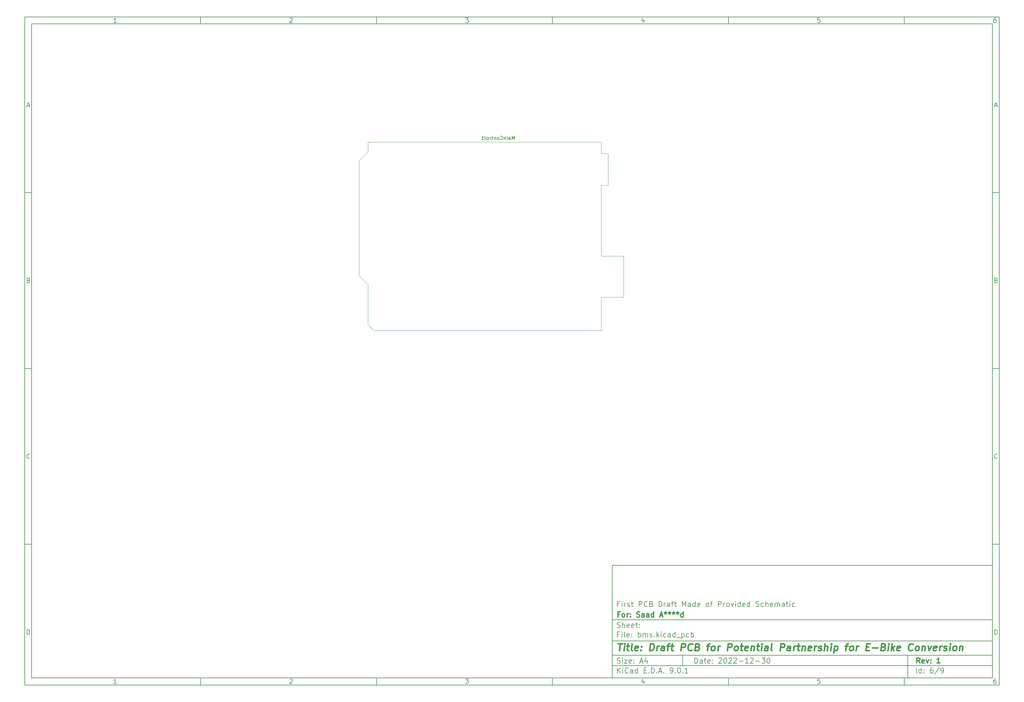
<source format=gbr>
%TF.GenerationSoftware,KiCad,Pcbnew,9.0.1*%
%TF.CreationDate,2025-04-21T20:35:51+04:00*%
%TF.ProjectId,bms,626d732e-6b69-4636-9164-5f7063625858,1*%
%TF.SameCoordinates,Original*%
%TF.FileFunction,Legend,Bot*%
%TF.FilePolarity,Positive*%
%FSLAX46Y46*%
G04 Gerber Fmt 4.6, Leading zero omitted, Abs format (unit mm)*
G04 Created by KiCad (PCBNEW 9.0.1) date 2025-04-21 20:35:51*
%MOMM*%
%LPD*%
G01*
G04 APERTURE LIST*
%ADD10C,0.100000*%
%ADD11C,0.150000*%
%ADD12C,0.300000*%
%ADD13C,0.400000*%
%ADD14C,0.120000*%
G04 APERTURE END LIST*
D10*
D11*
X177002200Y-166007200D02*
X285002200Y-166007200D01*
X285002200Y-198007200D01*
X177002200Y-198007200D01*
X177002200Y-166007200D01*
D10*
D11*
X10000000Y-10000000D02*
X287002200Y-10000000D01*
X287002200Y-200007200D01*
X10000000Y-200007200D01*
X10000000Y-10000000D01*
D10*
D11*
X12000000Y-12000000D02*
X285002200Y-12000000D01*
X285002200Y-198007200D01*
X12000000Y-198007200D01*
X12000000Y-12000000D01*
D10*
D11*
X60000000Y-12000000D02*
X60000000Y-10000000D01*
D10*
D11*
X110000000Y-12000000D02*
X110000000Y-10000000D01*
D10*
D11*
X160000000Y-12000000D02*
X160000000Y-10000000D01*
D10*
D11*
X210000000Y-12000000D02*
X210000000Y-10000000D01*
D10*
D11*
X260000000Y-12000000D02*
X260000000Y-10000000D01*
D10*
D11*
X36089160Y-11593604D02*
X35346303Y-11593604D01*
X35717731Y-11593604D02*
X35717731Y-10293604D01*
X35717731Y-10293604D02*
X35593922Y-10479319D01*
X35593922Y-10479319D02*
X35470112Y-10603128D01*
X35470112Y-10603128D02*
X35346303Y-10665033D01*
D10*
D11*
X85346303Y-10417414D02*
X85408207Y-10355509D01*
X85408207Y-10355509D02*
X85532017Y-10293604D01*
X85532017Y-10293604D02*
X85841541Y-10293604D01*
X85841541Y-10293604D02*
X85965350Y-10355509D01*
X85965350Y-10355509D02*
X86027255Y-10417414D01*
X86027255Y-10417414D02*
X86089160Y-10541223D01*
X86089160Y-10541223D02*
X86089160Y-10665033D01*
X86089160Y-10665033D02*
X86027255Y-10850747D01*
X86027255Y-10850747D02*
X85284398Y-11593604D01*
X85284398Y-11593604D02*
X86089160Y-11593604D01*
D10*
D11*
X135284398Y-10293604D02*
X136089160Y-10293604D01*
X136089160Y-10293604D02*
X135655826Y-10788842D01*
X135655826Y-10788842D02*
X135841541Y-10788842D01*
X135841541Y-10788842D02*
X135965350Y-10850747D01*
X135965350Y-10850747D02*
X136027255Y-10912652D01*
X136027255Y-10912652D02*
X136089160Y-11036461D01*
X136089160Y-11036461D02*
X136089160Y-11345985D01*
X136089160Y-11345985D02*
X136027255Y-11469795D01*
X136027255Y-11469795D02*
X135965350Y-11531700D01*
X135965350Y-11531700D02*
X135841541Y-11593604D01*
X135841541Y-11593604D02*
X135470112Y-11593604D01*
X135470112Y-11593604D02*
X135346303Y-11531700D01*
X135346303Y-11531700D02*
X135284398Y-11469795D01*
D10*
D11*
X185965350Y-10726938D02*
X185965350Y-11593604D01*
X185655826Y-10231700D02*
X185346303Y-11160271D01*
X185346303Y-11160271D02*
X186151064Y-11160271D01*
D10*
D11*
X236027255Y-10293604D02*
X235408207Y-10293604D01*
X235408207Y-10293604D02*
X235346303Y-10912652D01*
X235346303Y-10912652D02*
X235408207Y-10850747D01*
X235408207Y-10850747D02*
X235532017Y-10788842D01*
X235532017Y-10788842D02*
X235841541Y-10788842D01*
X235841541Y-10788842D02*
X235965350Y-10850747D01*
X235965350Y-10850747D02*
X236027255Y-10912652D01*
X236027255Y-10912652D02*
X236089160Y-11036461D01*
X236089160Y-11036461D02*
X236089160Y-11345985D01*
X236089160Y-11345985D02*
X236027255Y-11469795D01*
X236027255Y-11469795D02*
X235965350Y-11531700D01*
X235965350Y-11531700D02*
X235841541Y-11593604D01*
X235841541Y-11593604D02*
X235532017Y-11593604D01*
X235532017Y-11593604D02*
X235408207Y-11531700D01*
X235408207Y-11531700D02*
X235346303Y-11469795D01*
D10*
D11*
X285965350Y-10293604D02*
X285717731Y-10293604D01*
X285717731Y-10293604D02*
X285593922Y-10355509D01*
X285593922Y-10355509D02*
X285532017Y-10417414D01*
X285532017Y-10417414D02*
X285408207Y-10603128D01*
X285408207Y-10603128D02*
X285346303Y-10850747D01*
X285346303Y-10850747D02*
X285346303Y-11345985D01*
X285346303Y-11345985D02*
X285408207Y-11469795D01*
X285408207Y-11469795D02*
X285470112Y-11531700D01*
X285470112Y-11531700D02*
X285593922Y-11593604D01*
X285593922Y-11593604D02*
X285841541Y-11593604D01*
X285841541Y-11593604D02*
X285965350Y-11531700D01*
X285965350Y-11531700D02*
X286027255Y-11469795D01*
X286027255Y-11469795D02*
X286089160Y-11345985D01*
X286089160Y-11345985D02*
X286089160Y-11036461D01*
X286089160Y-11036461D02*
X286027255Y-10912652D01*
X286027255Y-10912652D02*
X285965350Y-10850747D01*
X285965350Y-10850747D02*
X285841541Y-10788842D01*
X285841541Y-10788842D02*
X285593922Y-10788842D01*
X285593922Y-10788842D02*
X285470112Y-10850747D01*
X285470112Y-10850747D02*
X285408207Y-10912652D01*
X285408207Y-10912652D02*
X285346303Y-11036461D01*
D10*
D11*
X60000000Y-198007200D02*
X60000000Y-200007200D01*
D10*
D11*
X110000000Y-198007200D02*
X110000000Y-200007200D01*
D10*
D11*
X160000000Y-198007200D02*
X160000000Y-200007200D01*
D10*
D11*
X210000000Y-198007200D02*
X210000000Y-200007200D01*
D10*
D11*
X260000000Y-198007200D02*
X260000000Y-200007200D01*
D10*
D11*
X36089160Y-199600804D02*
X35346303Y-199600804D01*
X35717731Y-199600804D02*
X35717731Y-198300804D01*
X35717731Y-198300804D02*
X35593922Y-198486519D01*
X35593922Y-198486519D02*
X35470112Y-198610328D01*
X35470112Y-198610328D02*
X35346303Y-198672233D01*
D10*
D11*
X85346303Y-198424614D02*
X85408207Y-198362709D01*
X85408207Y-198362709D02*
X85532017Y-198300804D01*
X85532017Y-198300804D02*
X85841541Y-198300804D01*
X85841541Y-198300804D02*
X85965350Y-198362709D01*
X85965350Y-198362709D02*
X86027255Y-198424614D01*
X86027255Y-198424614D02*
X86089160Y-198548423D01*
X86089160Y-198548423D02*
X86089160Y-198672233D01*
X86089160Y-198672233D02*
X86027255Y-198857947D01*
X86027255Y-198857947D02*
X85284398Y-199600804D01*
X85284398Y-199600804D02*
X86089160Y-199600804D01*
D10*
D11*
X135284398Y-198300804D02*
X136089160Y-198300804D01*
X136089160Y-198300804D02*
X135655826Y-198796042D01*
X135655826Y-198796042D02*
X135841541Y-198796042D01*
X135841541Y-198796042D02*
X135965350Y-198857947D01*
X135965350Y-198857947D02*
X136027255Y-198919852D01*
X136027255Y-198919852D02*
X136089160Y-199043661D01*
X136089160Y-199043661D02*
X136089160Y-199353185D01*
X136089160Y-199353185D02*
X136027255Y-199476995D01*
X136027255Y-199476995D02*
X135965350Y-199538900D01*
X135965350Y-199538900D02*
X135841541Y-199600804D01*
X135841541Y-199600804D02*
X135470112Y-199600804D01*
X135470112Y-199600804D02*
X135346303Y-199538900D01*
X135346303Y-199538900D02*
X135284398Y-199476995D01*
D10*
D11*
X185965350Y-198734138D02*
X185965350Y-199600804D01*
X185655826Y-198238900D02*
X185346303Y-199167471D01*
X185346303Y-199167471D02*
X186151064Y-199167471D01*
D10*
D11*
X236027255Y-198300804D02*
X235408207Y-198300804D01*
X235408207Y-198300804D02*
X235346303Y-198919852D01*
X235346303Y-198919852D02*
X235408207Y-198857947D01*
X235408207Y-198857947D02*
X235532017Y-198796042D01*
X235532017Y-198796042D02*
X235841541Y-198796042D01*
X235841541Y-198796042D02*
X235965350Y-198857947D01*
X235965350Y-198857947D02*
X236027255Y-198919852D01*
X236027255Y-198919852D02*
X236089160Y-199043661D01*
X236089160Y-199043661D02*
X236089160Y-199353185D01*
X236089160Y-199353185D02*
X236027255Y-199476995D01*
X236027255Y-199476995D02*
X235965350Y-199538900D01*
X235965350Y-199538900D02*
X235841541Y-199600804D01*
X235841541Y-199600804D02*
X235532017Y-199600804D01*
X235532017Y-199600804D02*
X235408207Y-199538900D01*
X235408207Y-199538900D02*
X235346303Y-199476995D01*
D10*
D11*
X285965350Y-198300804D02*
X285717731Y-198300804D01*
X285717731Y-198300804D02*
X285593922Y-198362709D01*
X285593922Y-198362709D02*
X285532017Y-198424614D01*
X285532017Y-198424614D02*
X285408207Y-198610328D01*
X285408207Y-198610328D02*
X285346303Y-198857947D01*
X285346303Y-198857947D02*
X285346303Y-199353185D01*
X285346303Y-199353185D02*
X285408207Y-199476995D01*
X285408207Y-199476995D02*
X285470112Y-199538900D01*
X285470112Y-199538900D02*
X285593922Y-199600804D01*
X285593922Y-199600804D02*
X285841541Y-199600804D01*
X285841541Y-199600804D02*
X285965350Y-199538900D01*
X285965350Y-199538900D02*
X286027255Y-199476995D01*
X286027255Y-199476995D02*
X286089160Y-199353185D01*
X286089160Y-199353185D02*
X286089160Y-199043661D01*
X286089160Y-199043661D02*
X286027255Y-198919852D01*
X286027255Y-198919852D02*
X285965350Y-198857947D01*
X285965350Y-198857947D02*
X285841541Y-198796042D01*
X285841541Y-198796042D02*
X285593922Y-198796042D01*
X285593922Y-198796042D02*
X285470112Y-198857947D01*
X285470112Y-198857947D02*
X285408207Y-198919852D01*
X285408207Y-198919852D02*
X285346303Y-199043661D01*
D10*
D11*
X10000000Y-60000000D02*
X12000000Y-60000000D01*
D10*
D11*
X10000000Y-110000000D02*
X12000000Y-110000000D01*
D10*
D11*
X10000000Y-160000000D02*
X12000000Y-160000000D01*
D10*
D11*
X10690476Y-35222176D02*
X11309523Y-35222176D01*
X10566666Y-35593604D02*
X10999999Y-34293604D01*
X10999999Y-34293604D02*
X11433333Y-35593604D01*
D10*
D11*
X11092857Y-84912652D02*
X11278571Y-84974557D01*
X11278571Y-84974557D02*
X11340476Y-85036461D01*
X11340476Y-85036461D02*
X11402380Y-85160271D01*
X11402380Y-85160271D02*
X11402380Y-85345985D01*
X11402380Y-85345985D02*
X11340476Y-85469795D01*
X11340476Y-85469795D02*
X11278571Y-85531700D01*
X11278571Y-85531700D02*
X11154761Y-85593604D01*
X11154761Y-85593604D02*
X10659523Y-85593604D01*
X10659523Y-85593604D02*
X10659523Y-84293604D01*
X10659523Y-84293604D02*
X11092857Y-84293604D01*
X11092857Y-84293604D02*
X11216666Y-84355509D01*
X11216666Y-84355509D02*
X11278571Y-84417414D01*
X11278571Y-84417414D02*
X11340476Y-84541223D01*
X11340476Y-84541223D02*
X11340476Y-84665033D01*
X11340476Y-84665033D02*
X11278571Y-84788842D01*
X11278571Y-84788842D02*
X11216666Y-84850747D01*
X11216666Y-84850747D02*
X11092857Y-84912652D01*
X11092857Y-84912652D02*
X10659523Y-84912652D01*
D10*
D11*
X11402380Y-135469795D02*
X11340476Y-135531700D01*
X11340476Y-135531700D02*
X11154761Y-135593604D01*
X11154761Y-135593604D02*
X11030952Y-135593604D01*
X11030952Y-135593604D02*
X10845238Y-135531700D01*
X10845238Y-135531700D02*
X10721428Y-135407890D01*
X10721428Y-135407890D02*
X10659523Y-135284080D01*
X10659523Y-135284080D02*
X10597619Y-135036461D01*
X10597619Y-135036461D02*
X10597619Y-134850747D01*
X10597619Y-134850747D02*
X10659523Y-134603128D01*
X10659523Y-134603128D02*
X10721428Y-134479319D01*
X10721428Y-134479319D02*
X10845238Y-134355509D01*
X10845238Y-134355509D02*
X11030952Y-134293604D01*
X11030952Y-134293604D02*
X11154761Y-134293604D01*
X11154761Y-134293604D02*
X11340476Y-134355509D01*
X11340476Y-134355509D02*
X11402380Y-134417414D01*
D10*
D11*
X10659523Y-185593604D02*
X10659523Y-184293604D01*
X10659523Y-184293604D02*
X10969047Y-184293604D01*
X10969047Y-184293604D02*
X11154761Y-184355509D01*
X11154761Y-184355509D02*
X11278571Y-184479319D01*
X11278571Y-184479319D02*
X11340476Y-184603128D01*
X11340476Y-184603128D02*
X11402380Y-184850747D01*
X11402380Y-184850747D02*
X11402380Y-185036461D01*
X11402380Y-185036461D02*
X11340476Y-185284080D01*
X11340476Y-185284080D02*
X11278571Y-185407890D01*
X11278571Y-185407890D02*
X11154761Y-185531700D01*
X11154761Y-185531700D02*
X10969047Y-185593604D01*
X10969047Y-185593604D02*
X10659523Y-185593604D01*
D10*
D11*
X287002200Y-60000000D02*
X285002200Y-60000000D01*
D10*
D11*
X287002200Y-110000000D02*
X285002200Y-110000000D01*
D10*
D11*
X287002200Y-160000000D02*
X285002200Y-160000000D01*
D10*
D11*
X285692676Y-35222176D02*
X286311723Y-35222176D01*
X285568866Y-35593604D02*
X286002199Y-34293604D01*
X286002199Y-34293604D02*
X286435533Y-35593604D01*
D10*
D11*
X286095057Y-84912652D02*
X286280771Y-84974557D01*
X286280771Y-84974557D02*
X286342676Y-85036461D01*
X286342676Y-85036461D02*
X286404580Y-85160271D01*
X286404580Y-85160271D02*
X286404580Y-85345985D01*
X286404580Y-85345985D02*
X286342676Y-85469795D01*
X286342676Y-85469795D02*
X286280771Y-85531700D01*
X286280771Y-85531700D02*
X286156961Y-85593604D01*
X286156961Y-85593604D02*
X285661723Y-85593604D01*
X285661723Y-85593604D02*
X285661723Y-84293604D01*
X285661723Y-84293604D02*
X286095057Y-84293604D01*
X286095057Y-84293604D02*
X286218866Y-84355509D01*
X286218866Y-84355509D02*
X286280771Y-84417414D01*
X286280771Y-84417414D02*
X286342676Y-84541223D01*
X286342676Y-84541223D02*
X286342676Y-84665033D01*
X286342676Y-84665033D02*
X286280771Y-84788842D01*
X286280771Y-84788842D02*
X286218866Y-84850747D01*
X286218866Y-84850747D02*
X286095057Y-84912652D01*
X286095057Y-84912652D02*
X285661723Y-84912652D01*
D10*
D11*
X286404580Y-135469795D02*
X286342676Y-135531700D01*
X286342676Y-135531700D02*
X286156961Y-135593604D01*
X286156961Y-135593604D02*
X286033152Y-135593604D01*
X286033152Y-135593604D02*
X285847438Y-135531700D01*
X285847438Y-135531700D02*
X285723628Y-135407890D01*
X285723628Y-135407890D02*
X285661723Y-135284080D01*
X285661723Y-135284080D02*
X285599819Y-135036461D01*
X285599819Y-135036461D02*
X285599819Y-134850747D01*
X285599819Y-134850747D02*
X285661723Y-134603128D01*
X285661723Y-134603128D02*
X285723628Y-134479319D01*
X285723628Y-134479319D02*
X285847438Y-134355509D01*
X285847438Y-134355509D02*
X286033152Y-134293604D01*
X286033152Y-134293604D02*
X286156961Y-134293604D01*
X286156961Y-134293604D02*
X286342676Y-134355509D01*
X286342676Y-134355509D02*
X286404580Y-134417414D01*
D10*
D11*
X285661723Y-185593604D02*
X285661723Y-184293604D01*
X285661723Y-184293604D02*
X285971247Y-184293604D01*
X285971247Y-184293604D02*
X286156961Y-184355509D01*
X286156961Y-184355509D02*
X286280771Y-184479319D01*
X286280771Y-184479319D02*
X286342676Y-184603128D01*
X286342676Y-184603128D02*
X286404580Y-184850747D01*
X286404580Y-184850747D02*
X286404580Y-185036461D01*
X286404580Y-185036461D02*
X286342676Y-185284080D01*
X286342676Y-185284080D02*
X286280771Y-185407890D01*
X286280771Y-185407890D02*
X286156961Y-185531700D01*
X286156961Y-185531700D02*
X285971247Y-185593604D01*
X285971247Y-185593604D02*
X285661723Y-185593604D01*
D10*
D11*
X200458026Y-193793328D02*
X200458026Y-192293328D01*
X200458026Y-192293328D02*
X200815169Y-192293328D01*
X200815169Y-192293328D02*
X201029455Y-192364757D01*
X201029455Y-192364757D02*
X201172312Y-192507614D01*
X201172312Y-192507614D02*
X201243741Y-192650471D01*
X201243741Y-192650471D02*
X201315169Y-192936185D01*
X201315169Y-192936185D02*
X201315169Y-193150471D01*
X201315169Y-193150471D02*
X201243741Y-193436185D01*
X201243741Y-193436185D02*
X201172312Y-193579042D01*
X201172312Y-193579042D02*
X201029455Y-193721900D01*
X201029455Y-193721900D02*
X200815169Y-193793328D01*
X200815169Y-193793328D02*
X200458026Y-193793328D01*
X202600884Y-193793328D02*
X202600884Y-193007614D01*
X202600884Y-193007614D02*
X202529455Y-192864757D01*
X202529455Y-192864757D02*
X202386598Y-192793328D01*
X202386598Y-192793328D02*
X202100884Y-192793328D01*
X202100884Y-192793328D02*
X201958026Y-192864757D01*
X202600884Y-193721900D02*
X202458026Y-193793328D01*
X202458026Y-193793328D02*
X202100884Y-193793328D01*
X202100884Y-193793328D02*
X201958026Y-193721900D01*
X201958026Y-193721900D02*
X201886598Y-193579042D01*
X201886598Y-193579042D02*
X201886598Y-193436185D01*
X201886598Y-193436185D02*
X201958026Y-193293328D01*
X201958026Y-193293328D02*
X202100884Y-193221900D01*
X202100884Y-193221900D02*
X202458026Y-193221900D01*
X202458026Y-193221900D02*
X202600884Y-193150471D01*
X203100884Y-192793328D02*
X203672312Y-192793328D01*
X203315169Y-192293328D02*
X203315169Y-193579042D01*
X203315169Y-193579042D02*
X203386598Y-193721900D01*
X203386598Y-193721900D02*
X203529455Y-193793328D01*
X203529455Y-193793328D02*
X203672312Y-193793328D01*
X204743741Y-193721900D02*
X204600884Y-193793328D01*
X204600884Y-193793328D02*
X204315170Y-193793328D01*
X204315170Y-193793328D02*
X204172312Y-193721900D01*
X204172312Y-193721900D02*
X204100884Y-193579042D01*
X204100884Y-193579042D02*
X204100884Y-193007614D01*
X204100884Y-193007614D02*
X204172312Y-192864757D01*
X204172312Y-192864757D02*
X204315170Y-192793328D01*
X204315170Y-192793328D02*
X204600884Y-192793328D01*
X204600884Y-192793328D02*
X204743741Y-192864757D01*
X204743741Y-192864757D02*
X204815170Y-193007614D01*
X204815170Y-193007614D02*
X204815170Y-193150471D01*
X204815170Y-193150471D02*
X204100884Y-193293328D01*
X205458026Y-193650471D02*
X205529455Y-193721900D01*
X205529455Y-193721900D02*
X205458026Y-193793328D01*
X205458026Y-193793328D02*
X205386598Y-193721900D01*
X205386598Y-193721900D02*
X205458026Y-193650471D01*
X205458026Y-193650471D02*
X205458026Y-193793328D01*
X205458026Y-192864757D02*
X205529455Y-192936185D01*
X205529455Y-192936185D02*
X205458026Y-193007614D01*
X205458026Y-193007614D02*
X205386598Y-192936185D01*
X205386598Y-192936185D02*
X205458026Y-192864757D01*
X205458026Y-192864757D02*
X205458026Y-193007614D01*
X207243741Y-192436185D02*
X207315169Y-192364757D01*
X207315169Y-192364757D02*
X207458027Y-192293328D01*
X207458027Y-192293328D02*
X207815169Y-192293328D01*
X207815169Y-192293328D02*
X207958027Y-192364757D01*
X207958027Y-192364757D02*
X208029455Y-192436185D01*
X208029455Y-192436185D02*
X208100884Y-192579042D01*
X208100884Y-192579042D02*
X208100884Y-192721900D01*
X208100884Y-192721900D02*
X208029455Y-192936185D01*
X208029455Y-192936185D02*
X207172312Y-193793328D01*
X207172312Y-193793328D02*
X208100884Y-193793328D01*
X209029455Y-192293328D02*
X209172312Y-192293328D01*
X209172312Y-192293328D02*
X209315169Y-192364757D01*
X209315169Y-192364757D02*
X209386598Y-192436185D01*
X209386598Y-192436185D02*
X209458026Y-192579042D01*
X209458026Y-192579042D02*
X209529455Y-192864757D01*
X209529455Y-192864757D02*
X209529455Y-193221900D01*
X209529455Y-193221900D02*
X209458026Y-193507614D01*
X209458026Y-193507614D02*
X209386598Y-193650471D01*
X209386598Y-193650471D02*
X209315169Y-193721900D01*
X209315169Y-193721900D02*
X209172312Y-193793328D01*
X209172312Y-193793328D02*
X209029455Y-193793328D01*
X209029455Y-193793328D02*
X208886598Y-193721900D01*
X208886598Y-193721900D02*
X208815169Y-193650471D01*
X208815169Y-193650471D02*
X208743740Y-193507614D01*
X208743740Y-193507614D02*
X208672312Y-193221900D01*
X208672312Y-193221900D02*
X208672312Y-192864757D01*
X208672312Y-192864757D02*
X208743740Y-192579042D01*
X208743740Y-192579042D02*
X208815169Y-192436185D01*
X208815169Y-192436185D02*
X208886598Y-192364757D01*
X208886598Y-192364757D02*
X209029455Y-192293328D01*
X210100883Y-192436185D02*
X210172311Y-192364757D01*
X210172311Y-192364757D02*
X210315169Y-192293328D01*
X210315169Y-192293328D02*
X210672311Y-192293328D01*
X210672311Y-192293328D02*
X210815169Y-192364757D01*
X210815169Y-192364757D02*
X210886597Y-192436185D01*
X210886597Y-192436185D02*
X210958026Y-192579042D01*
X210958026Y-192579042D02*
X210958026Y-192721900D01*
X210958026Y-192721900D02*
X210886597Y-192936185D01*
X210886597Y-192936185D02*
X210029454Y-193793328D01*
X210029454Y-193793328D02*
X210958026Y-193793328D01*
X211529454Y-192436185D02*
X211600882Y-192364757D01*
X211600882Y-192364757D02*
X211743740Y-192293328D01*
X211743740Y-192293328D02*
X212100882Y-192293328D01*
X212100882Y-192293328D02*
X212243740Y-192364757D01*
X212243740Y-192364757D02*
X212315168Y-192436185D01*
X212315168Y-192436185D02*
X212386597Y-192579042D01*
X212386597Y-192579042D02*
X212386597Y-192721900D01*
X212386597Y-192721900D02*
X212315168Y-192936185D01*
X212315168Y-192936185D02*
X211458025Y-193793328D01*
X211458025Y-193793328D02*
X212386597Y-193793328D01*
X213029453Y-193221900D02*
X214172311Y-193221900D01*
X215672311Y-193793328D02*
X214815168Y-193793328D01*
X215243739Y-193793328D02*
X215243739Y-192293328D01*
X215243739Y-192293328D02*
X215100882Y-192507614D01*
X215100882Y-192507614D02*
X214958025Y-192650471D01*
X214958025Y-192650471D02*
X214815168Y-192721900D01*
X216243739Y-192436185D02*
X216315167Y-192364757D01*
X216315167Y-192364757D02*
X216458025Y-192293328D01*
X216458025Y-192293328D02*
X216815167Y-192293328D01*
X216815167Y-192293328D02*
X216958025Y-192364757D01*
X216958025Y-192364757D02*
X217029453Y-192436185D01*
X217029453Y-192436185D02*
X217100882Y-192579042D01*
X217100882Y-192579042D02*
X217100882Y-192721900D01*
X217100882Y-192721900D02*
X217029453Y-192936185D01*
X217029453Y-192936185D02*
X216172310Y-193793328D01*
X216172310Y-193793328D02*
X217100882Y-193793328D01*
X217743738Y-193221900D02*
X218886596Y-193221900D01*
X219458024Y-192293328D02*
X220386596Y-192293328D01*
X220386596Y-192293328D02*
X219886596Y-192864757D01*
X219886596Y-192864757D02*
X220100881Y-192864757D01*
X220100881Y-192864757D02*
X220243739Y-192936185D01*
X220243739Y-192936185D02*
X220315167Y-193007614D01*
X220315167Y-193007614D02*
X220386596Y-193150471D01*
X220386596Y-193150471D02*
X220386596Y-193507614D01*
X220386596Y-193507614D02*
X220315167Y-193650471D01*
X220315167Y-193650471D02*
X220243739Y-193721900D01*
X220243739Y-193721900D02*
X220100881Y-193793328D01*
X220100881Y-193793328D02*
X219672310Y-193793328D01*
X219672310Y-193793328D02*
X219529453Y-193721900D01*
X219529453Y-193721900D02*
X219458024Y-193650471D01*
X221315167Y-192293328D02*
X221458024Y-192293328D01*
X221458024Y-192293328D02*
X221600881Y-192364757D01*
X221600881Y-192364757D02*
X221672310Y-192436185D01*
X221672310Y-192436185D02*
X221743738Y-192579042D01*
X221743738Y-192579042D02*
X221815167Y-192864757D01*
X221815167Y-192864757D02*
X221815167Y-193221900D01*
X221815167Y-193221900D02*
X221743738Y-193507614D01*
X221743738Y-193507614D02*
X221672310Y-193650471D01*
X221672310Y-193650471D02*
X221600881Y-193721900D01*
X221600881Y-193721900D02*
X221458024Y-193793328D01*
X221458024Y-193793328D02*
X221315167Y-193793328D01*
X221315167Y-193793328D02*
X221172310Y-193721900D01*
X221172310Y-193721900D02*
X221100881Y-193650471D01*
X221100881Y-193650471D02*
X221029452Y-193507614D01*
X221029452Y-193507614D02*
X220958024Y-193221900D01*
X220958024Y-193221900D02*
X220958024Y-192864757D01*
X220958024Y-192864757D02*
X221029452Y-192579042D01*
X221029452Y-192579042D02*
X221100881Y-192436185D01*
X221100881Y-192436185D02*
X221172310Y-192364757D01*
X221172310Y-192364757D02*
X221315167Y-192293328D01*
D10*
D11*
X177002200Y-194507200D02*
X285002200Y-194507200D01*
D10*
D11*
X178458026Y-196593328D02*
X178458026Y-195093328D01*
X179315169Y-196593328D02*
X178672312Y-195736185D01*
X179315169Y-195093328D02*
X178458026Y-195950471D01*
X179958026Y-196593328D02*
X179958026Y-195593328D01*
X179958026Y-195093328D02*
X179886598Y-195164757D01*
X179886598Y-195164757D02*
X179958026Y-195236185D01*
X179958026Y-195236185D02*
X180029455Y-195164757D01*
X180029455Y-195164757D02*
X179958026Y-195093328D01*
X179958026Y-195093328D02*
X179958026Y-195236185D01*
X181529455Y-196450471D02*
X181458027Y-196521900D01*
X181458027Y-196521900D02*
X181243741Y-196593328D01*
X181243741Y-196593328D02*
X181100884Y-196593328D01*
X181100884Y-196593328D02*
X180886598Y-196521900D01*
X180886598Y-196521900D02*
X180743741Y-196379042D01*
X180743741Y-196379042D02*
X180672312Y-196236185D01*
X180672312Y-196236185D02*
X180600884Y-195950471D01*
X180600884Y-195950471D02*
X180600884Y-195736185D01*
X180600884Y-195736185D02*
X180672312Y-195450471D01*
X180672312Y-195450471D02*
X180743741Y-195307614D01*
X180743741Y-195307614D02*
X180886598Y-195164757D01*
X180886598Y-195164757D02*
X181100884Y-195093328D01*
X181100884Y-195093328D02*
X181243741Y-195093328D01*
X181243741Y-195093328D02*
X181458027Y-195164757D01*
X181458027Y-195164757D02*
X181529455Y-195236185D01*
X182815170Y-196593328D02*
X182815170Y-195807614D01*
X182815170Y-195807614D02*
X182743741Y-195664757D01*
X182743741Y-195664757D02*
X182600884Y-195593328D01*
X182600884Y-195593328D02*
X182315170Y-195593328D01*
X182315170Y-195593328D02*
X182172312Y-195664757D01*
X182815170Y-196521900D02*
X182672312Y-196593328D01*
X182672312Y-196593328D02*
X182315170Y-196593328D01*
X182315170Y-196593328D02*
X182172312Y-196521900D01*
X182172312Y-196521900D02*
X182100884Y-196379042D01*
X182100884Y-196379042D02*
X182100884Y-196236185D01*
X182100884Y-196236185D02*
X182172312Y-196093328D01*
X182172312Y-196093328D02*
X182315170Y-196021900D01*
X182315170Y-196021900D02*
X182672312Y-196021900D01*
X182672312Y-196021900D02*
X182815170Y-195950471D01*
X184172313Y-196593328D02*
X184172313Y-195093328D01*
X184172313Y-196521900D02*
X184029455Y-196593328D01*
X184029455Y-196593328D02*
X183743741Y-196593328D01*
X183743741Y-196593328D02*
X183600884Y-196521900D01*
X183600884Y-196521900D02*
X183529455Y-196450471D01*
X183529455Y-196450471D02*
X183458027Y-196307614D01*
X183458027Y-196307614D02*
X183458027Y-195879042D01*
X183458027Y-195879042D02*
X183529455Y-195736185D01*
X183529455Y-195736185D02*
X183600884Y-195664757D01*
X183600884Y-195664757D02*
X183743741Y-195593328D01*
X183743741Y-195593328D02*
X184029455Y-195593328D01*
X184029455Y-195593328D02*
X184172313Y-195664757D01*
X186029455Y-195807614D02*
X186529455Y-195807614D01*
X186743741Y-196593328D02*
X186029455Y-196593328D01*
X186029455Y-196593328D02*
X186029455Y-195093328D01*
X186029455Y-195093328D02*
X186743741Y-195093328D01*
X187386598Y-196450471D02*
X187458027Y-196521900D01*
X187458027Y-196521900D02*
X187386598Y-196593328D01*
X187386598Y-196593328D02*
X187315170Y-196521900D01*
X187315170Y-196521900D02*
X187386598Y-196450471D01*
X187386598Y-196450471D02*
X187386598Y-196593328D01*
X188100884Y-196593328D02*
X188100884Y-195093328D01*
X188100884Y-195093328D02*
X188458027Y-195093328D01*
X188458027Y-195093328D02*
X188672313Y-195164757D01*
X188672313Y-195164757D02*
X188815170Y-195307614D01*
X188815170Y-195307614D02*
X188886599Y-195450471D01*
X188886599Y-195450471D02*
X188958027Y-195736185D01*
X188958027Y-195736185D02*
X188958027Y-195950471D01*
X188958027Y-195950471D02*
X188886599Y-196236185D01*
X188886599Y-196236185D02*
X188815170Y-196379042D01*
X188815170Y-196379042D02*
X188672313Y-196521900D01*
X188672313Y-196521900D02*
X188458027Y-196593328D01*
X188458027Y-196593328D02*
X188100884Y-196593328D01*
X189600884Y-196450471D02*
X189672313Y-196521900D01*
X189672313Y-196521900D02*
X189600884Y-196593328D01*
X189600884Y-196593328D02*
X189529456Y-196521900D01*
X189529456Y-196521900D02*
X189600884Y-196450471D01*
X189600884Y-196450471D02*
X189600884Y-196593328D01*
X190243742Y-196164757D02*
X190958028Y-196164757D01*
X190100885Y-196593328D02*
X190600885Y-195093328D01*
X190600885Y-195093328D02*
X191100885Y-196593328D01*
X191600884Y-196450471D02*
X191672313Y-196521900D01*
X191672313Y-196521900D02*
X191600884Y-196593328D01*
X191600884Y-196593328D02*
X191529456Y-196521900D01*
X191529456Y-196521900D02*
X191600884Y-196450471D01*
X191600884Y-196450471D02*
X191600884Y-196593328D01*
X193529456Y-196593328D02*
X193815170Y-196593328D01*
X193815170Y-196593328D02*
X193958027Y-196521900D01*
X193958027Y-196521900D02*
X194029456Y-196450471D01*
X194029456Y-196450471D02*
X194172313Y-196236185D01*
X194172313Y-196236185D02*
X194243742Y-195950471D01*
X194243742Y-195950471D02*
X194243742Y-195379042D01*
X194243742Y-195379042D02*
X194172313Y-195236185D01*
X194172313Y-195236185D02*
X194100885Y-195164757D01*
X194100885Y-195164757D02*
X193958027Y-195093328D01*
X193958027Y-195093328D02*
X193672313Y-195093328D01*
X193672313Y-195093328D02*
X193529456Y-195164757D01*
X193529456Y-195164757D02*
X193458027Y-195236185D01*
X193458027Y-195236185D02*
X193386599Y-195379042D01*
X193386599Y-195379042D02*
X193386599Y-195736185D01*
X193386599Y-195736185D02*
X193458027Y-195879042D01*
X193458027Y-195879042D02*
X193529456Y-195950471D01*
X193529456Y-195950471D02*
X193672313Y-196021900D01*
X193672313Y-196021900D02*
X193958027Y-196021900D01*
X193958027Y-196021900D02*
X194100885Y-195950471D01*
X194100885Y-195950471D02*
X194172313Y-195879042D01*
X194172313Y-195879042D02*
X194243742Y-195736185D01*
X194886598Y-196450471D02*
X194958027Y-196521900D01*
X194958027Y-196521900D02*
X194886598Y-196593328D01*
X194886598Y-196593328D02*
X194815170Y-196521900D01*
X194815170Y-196521900D02*
X194886598Y-196450471D01*
X194886598Y-196450471D02*
X194886598Y-196593328D01*
X195886599Y-195093328D02*
X196029456Y-195093328D01*
X196029456Y-195093328D02*
X196172313Y-195164757D01*
X196172313Y-195164757D02*
X196243742Y-195236185D01*
X196243742Y-195236185D02*
X196315170Y-195379042D01*
X196315170Y-195379042D02*
X196386599Y-195664757D01*
X196386599Y-195664757D02*
X196386599Y-196021900D01*
X196386599Y-196021900D02*
X196315170Y-196307614D01*
X196315170Y-196307614D02*
X196243742Y-196450471D01*
X196243742Y-196450471D02*
X196172313Y-196521900D01*
X196172313Y-196521900D02*
X196029456Y-196593328D01*
X196029456Y-196593328D02*
X195886599Y-196593328D01*
X195886599Y-196593328D02*
X195743742Y-196521900D01*
X195743742Y-196521900D02*
X195672313Y-196450471D01*
X195672313Y-196450471D02*
X195600884Y-196307614D01*
X195600884Y-196307614D02*
X195529456Y-196021900D01*
X195529456Y-196021900D02*
X195529456Y-195664757D01*
X195529456Y-195664757D02*
X195600884Y-195379042D01*
X195600884Y-195379042D02*
X195672313Y-195236185D01*
X195672313Y-195236185D02*
X195743742Y-195164757D01*
X195743742Y-195164757D02*
X195886599Y-195093328D01*
X197029455Y-196450471D02*
X197100884Y-196521900D01*
X197100884Y-196521900D02*
X197029455Y-196593328D01*
X197029455Y-196593328D02*
X196958027Y-196521900D01*
X196958027Y-196521900D02*
X197029455Y-196450471D01*
X197029455Y-196450471D02*
X197029455Y-196593328D01*
X198529456Y-196593328D02*
X197672313Y-196593328D01*
X198100884Y-196593328D02*
X198100884Y-195093328D01*
X198100884Y-195093328D02*
X197958027Y-195307614D01*
X197958027Y-195307614D02*
X197815170Y-195450471D01*
X197815170Y-195450471D02*
X197672313Y-195521900D01*
D10*
D11*
X177002200Y-191507200D02*
X285002200Y-191507200D01*
D10*
D12*
X264413853Y-193785528D02*
X263913853Y-193071242D01*
X263556710Y-193785528D02*
X263556710Y-192285528D01*
X263556710Y-192285528D02*
X264128139Y-192285528D01*
X264128139Y-192285528D02*
X264270996Y-192356957D01*
X264270996Y-192356957D02*
X264342425Y-192428385D01*
X264342425Y-192428385D02*
X264413853Y-192571242D01*
X264413853Y-192571242D02*
X264413853Y-192785528D01*
X264413853Y-192785528D02*
X264342425Y-192928385D01*
X264342425Y-192928385D02*
X264270996Y-192999814D01*
X264270996Y-192999814D02*
X264128139Y-193071242D01*
X264128139Y-193071242D02*
X263556710Y-193071242D01*
X265628139Y-193714100D02*
X265485282Y-193785528D01*
X265485282Y-193785528D02*
X265199568Y-193785528D01*
X265199568Y-193785528D02*
X265056710Y-193714100D01*
X265056710Y-193714100D02*
X264985282Y-193571242D01*
X264985282Y-193571242D02*
X264985282Y-192999814D01*
X264985282Y-192999814D02*
X265056710Y-192856957D01*
X265056710Y-192856957D02*
X265199568Y-192785528D01*
X265199568Y-192785528D02*
X265485282Y-192785528D01*
X265485282Y-192785528D02*
X265628139Y-192856957D01*
X265628139Y-192856957D02*
X265699568Y-192999814D01*
X265699568Y-192999814D02*
X265699568Y-193142671D01*
X265699568Y-193142671D02*
X264985282Y-193285528D01*
X266199567Y-192785528D02*
X266556710Y-193785528D01*
X266556710Y-193785528D02*
X266913853Y-192785528D01*
X267485281Y-193642671D02*
X267556710Y-193714100D01*
X267556710Y-193714100D02*
X267485281Y-193785528D01*
X267485281Y-193785528D02*
X267413853Y-193714100D01*
X267413853Y-193714100D02*
X267485281Y-193642671D01*
X267485281Y-193642671D02*
X267485281Y-193785528D01*
X267485281Y-192856957D02*
X267556710Y-192928385D01*
X267556710Y-192928385D02*
X267485281Y-192999814D01*
X267485281Y-192999814D02*
X267413853Y-192928385D01*
X267413853Y-192928385D02*
X267485281Y-192856957D01*
X267485281Y-192856957D02*
X267485281Y-192999814D01*
X270128139Y-193785528D02*
X269270996Y-193785528D01*
X269699567Y-193785528D02*
X269699567Y-192285528D01*
X269699567Y-192285528D02*
X269556710Y-192499814D01*
X269556710Y-192499814D02*
X269413853Y-192642671D01*
X269413853Y-192642671D02*
X269270996Y-192714100D01*
D10*
D11*
X178386598Y-193721900D02*
X178600884Y-193793328D01*
X178600884Y-193793328D02*
X178958026Y-193793328D01*
X178958026Y-193793328D02*
X179100884Y-193721900D01*
X179100884Y-193721900D02*
X179172312Y-193650471D01*
X179172312Y-193650471D02*
X179243741Y-193507614D01*
X179243741Y-193507614D02*
X179243741Y-193364757D01*
X179243741Y-193364757D02*
X179172312Y-193221900D01*
X179172312Y-193221900D02*
X179100884Y-193150471D01*
X179100884Y-193150471D02*
X178958026Y-193079042D01*
X178958026Y-193079042D02*
X178672312Y-193007614D01*
X178672312Y-193007614D02*
X178529455Y-192936185D01*
X178529455Y-192936185D02*
X178458026Y-192864757D01*
X178458026Y-192864757D02*
X178386598Y-192721900D01*
X178386598Y-192721900D02*
X178386598Y-192579042D01*
X178386598Y-192579042D02*
X178458026Y-192436185D01*
X178458026Y-192436185D02*
X178529455Y-192364757D01*
X178529455Y-192364757D02*
X178672312Y-192293328D01*
X178672312Y-192293328D02*
X179029455Y-192293328D01*
X179029455Y-192293328D02*
X179243741Y-192364757D01*
X179886597Y-193793328D02*
X179886597Y-192793328D01*
X179886597Y-192293328D02*
X179815169Y-192364757D01*
X179815169Y-192364757D02*
X179886597Y-192436185D01*
X179886597Y-192436185D02*
X179958026Y-192364757D01*
X179958026Y-192364757D02*
X179886597Y-192293328D01*
X179886597Y-192293328D02*
X179886597Y-192436185D01*
X180458026Y-192793328D02*
X181243741Y-192793328D01*
X181243741Y-192793328D02*
X180458026Y-193793328D01*
X180458026Y-193793328D02*
X181243741Y-193793328D01*
X182386598Y-193721900D02*
X182243741Y-193793328D01*
X182243741Y-193793328D02*
X181958027Y-193793328D01*
X181958027Y-193793328D02*
X181815169Y-193721900D01*
X181815169Y-193721900D02*
X181743741Y-193579042D01*
X181743741Y-193579042D02*
X181743741Y-193007614D01*
X181743741Y-193007614D02*
X181815169Y-192864757D01*
X181815169Y-192864757D02*
X181958027Y-192793328D01*
X181958027Y-192793328D02*
X182243741Y-192793328D01*
X182243741Y-192793328D02*
X182386598Y-192864757D01*
X182386598Y-192864757D02*
X182458027Y-193007614D01*
X182458027Y-193007614D02*
X182458027Y-193150471D01*
X182458027Y-193150471D02*
X181743741Y-193293328D01*
X183100883Y-193650471D02*
X183172312Y-193721900D01*
X183172312Y-193721900D02*
X183100883Y-193793328D01*
X183100883Y-193793328D02*
X183029455Y-193721900D01*
X183029455Y-193721900D02*
X183100883Y-193650471D01*
X183100883Y-193650471D02*
X183100883Y-193793328D01*
X183100883Y-192864757D02*
X183172312Y-192936185D01*
X183172312Y-192936185D02*
X183100883Y-193007614D01*
X183100883Y-193007614D02*
X183029455Y-192936185D01*
X183029455Y-192936185D02*
X183100883Y-192864757D01*
X183100883Y-192864757D02*
X183100883Y-193007614D01*
X184886598Y-193364757D02*
X185600884Y-193364757D01*
X184743741Y-193793328D02*
X185243741Y-192293328D01*
X185243741Y-192293328D02*
X185743741Y-193793328D01*
X186886598Y-192793328D02*
X186886598Y-193793328D01*
X186529455Y-192221900D02*
X186172312Y-193293328D01*
X186172312Y-193293328D02*
X187100883Y-193293328D01*
D10*
D11*
X263458026Y-196593328D02*
X263458026Y-195093328D01*
X264815170Y-196593328D02*
X264815170Y-195093328D01*
X264815170Y-196521900D02*
X264672312Y-196593328D01*
X264672312Y-196593328D02*
X264386598Y-196593328D01*
X264386598Y-196593328D02*
X264243741Y-196521900D01*
X264243741Y-196521900D02*
X264172312Y-196450471D01*
X264172312Y-196450471D02*
X264100884Y-196307614D01*
X264100884Y-196307614D02*
X264100884Y-195879042D01*
X264100884Y-195879042D02*
X264172312Y-195736185D01*
X264172312Y-195736185D02*
X264243741Y-195664757D01*
X264243741Y-195664757D02*
X264386598Y-195593328D01*
X264386598Y-195593328D02*
X264672312Y-195593328D01*
X264672312Y-195593328D02*
X264815170Y-195664757D01*
X265529455Y-196450471D02*
X265600884Y-196521900D01*
X265600884Y-196521900D02*
X265529455Y-196593328D01*
X265529455Y-196593328D02*
X265458027Y-196521900D01*
X265458027Y-196521900D02*
X265529455Y-196450471D01*
X265529455Y-196450471D02*
X265529455Y-196593328D01*
X265529455Y-195664757D02*
X265600884Y-195736185D01*
X265600884Y-195736185D02*
X265529455Y-195807614D01*
X265529455Y-195807614D02*
X265458027Y-195736185D01*
X265458027Y-195736185D02*
X265529455Y-195664757D01*
X265529455Y-195664757D02*
X265529455Y-195807614D01*
X268029456Y-195093328D02*
X267743741Y-195093328D01*
X267743741Y-195093328D02*
X267600884Y-195164757D01*
X267600884Y-195164757D02*
X267529456Y-195236185D01*
X267529456Y-195236185D02*
X267386598Y-195450471D01*
X267386598Y-195450471D02*
X267315170Y-195736185D01*
X267315170Y-195736185D02*
X267315170Y-196307614D01*
X267315170Y-196307614D02*
X267386598Y-196450471D01*
X267386598Y-196450471D02*
X267458027Y-196521900D01*
X267458027Y-196521900D02*
X267600884Y-196593328D01*
X267600884Y-196593328D02*
X267886598Y-196593328D01*
X267886598Y-196593328D02*
X268029456Y-196521900D01*
X268029456Y-196521900D02*
X268100884Y-196450471D01*
X268100884Y-196450471D02*
X268172313Y-196307614D01*
X268172313Y-196307614D02*
X268172313Y-195950471D01*
X268172313Y-195950471D02*
X268100884Y-195807614D01*
X268100884Y-195807614D02*
X268029456Y-195736185D01*
X268029456Y-195736185D02*
X267886598Y-195664757D01*
X267886598Y-195664757D02*
X267600884Y-195664757D01*
X267600884Y-195664757D02*
X267458027Y-195736185D01*
X267458027Y-195736185D02*
X267386598Y-195807614D01*
X267386598Y-195807614D02*
X267315170Y-195950471D01*
X269886598Y-195021900D02*
X268600884Y-196950471D01*
X270458027Y-196593328D02*
X270743741Y-196593328D01*
X270743741Y-196593328D02*
X270886598Y-196521900D01*
X270886598Y-196521900D02*
X270958027Y-196450471D01*
X270958027Y-196450471D02*
X271100884Y-196236185D01*
X271100884Y-196236185D02*
X271172313Y-195950471D01*
X271172313Y-195950471D02*
X271172313Y-195379042D01*
X271172313Y-195379042D02*
X271100884Y-195236185D01*
X271100884Y-195236185D02*
X271029456Y-195164757D01*
X271029456Y-195164757D02*
X270886598Y-195093328D01*
X270886598Y-195093328D02*
X270600884Y-195093328D01*
X270600884Y-195093328D02*
X270458027Y-195164757D01*
X270458027Y-195164757D02*
X270386598Y-195236185D01*
X270386598Y-195236185D02*
X270315170Y-195379042D01*
X270315170Y-195379042D02*
X270315170Y-195736185D01*
X270315170Y-195736185D02*
X270386598Y-195879042D01*
X270386598Y-195879042D02*
X270458027Y-195950471D01*
X270458027Y-195950471D02*
X270600884Y-196021900D01*
X270600884Y-196021900D02*
X270886598Y-196021900D01*
X270886598Y-196021900D02*
X271029456Y-195950471D01*
X271029456Y-195950471D02*
X271100884Y-195879042D01*
X271100884Y-195879042D02*
X271172313Y-195736185D01*
D10*
D11*
X177002200Y-187507200D02*
X285002200Y-187507200D01*
D10*
D13*
X178693928Y-188211638D02*
X179836785Y-188211638D01*
X179015357Y-190211638D02*
X179265357Y-188211638D01*
X180253452Y-190211638D02*
X180420119Y-188878304D01*
X180503452Y-188211638D02*
X180396309Y-188306876D01*
X180396309Y-188306876D02*
X180479643Y-188402114D01*
X180479643Y-188402114D02*
X180586786Y-188306876D01*
X180586786Y-188306876D02*
X180503452Y-188211638D01*
X180503452Y-188211638D02*
X180479643Y-188402114D01*
X181086786Y-188878304D02*
X181848690Y-188878304D01*
X181455833Y-188211638D02*
X181241548Y-189925923D01*
X181241548Y-189925923D02*
X181312976Y-190116400D01*
X181312976Y-190116400D02*
X181491548Y-190211638D01*
X181491548Y-190211638D02*
X181682024Y-190211638D01*
X182634405Y-190211638D02*
X182455833Y-190116400D01*
X182455833Y-190116400D02*
X182384405Y-189925923D01*
X182384405Y-189925923D02*
X182598690Y-188211638D01*
X184170119Y-190116400D02*
X183967738Y-190211638D01*
X183967738Y-190211638D02*
X183586785Y-190211638D01*
X183586785Y-190211638D02*
X183408214Y-190116400D01*
X183408214Y-190116400D02*
X183336785Y-189925923D01*
X183336785Y-189925923D02*
X183432024Y-189164019D01*
X183432024Y-189164019D02*
X183551071Y-188973542D01*
X183551071Y-188973542D02*
X183753452Y-188878304D01*
X183753452Y-188878304D02*
X184134404Y-188878304D01*
X184134404Y-188878304D02*
X184312976Y-188973542D01*
X184312976Y-188973542D02*
X184384404Y-189164019D01*
X184384404Y-189164019D02*
X184360595Y-189354495D01*
X184360595Y-189354495D02*
X183384404Y-189544971D01*
X185134405Y-190021161D02*
X185217738Y-190116400D01*
X185217738Y-190116400D02*
X185110595Y-190211638D01*
X185110595Y-190211638D02*
X185027262Y-190116400D01*
X185027262Y-190116400D02*
X185134405Y-190021161D01*
X185134405Y-190021161D02*
X185110595Y-190211638D01*
X185265357Y-188973542D02*
X185348690Y-189068780D01*
X185348690Y-189068780D02*
X185241548Y-189164019D01*
X185241548Y-189164019D02*
X185158214Y-189068780D01*
X185158214Y-189068780D02*
X185265357Y-188973542D01*
X185265357Y-188973542D02*
X185241548Y-189164019D01*
X187586786Y-190211638D02*
X187836786Y-188211638D01*
X187836786Y-188211638D02*
X188312977Y-188211638D01*
X188312977Y-188211638D02*
X188586786Y-188306876D01*
X188586786Y-188306876D02*
X188753453Y-188497352D01*
X188753453Y-188497352D02*
X188824881Y-188687828D01*
X188824881Y-188687828D02*
X188872501Y-189068780D01*
X188872501Y-189068780D02*
X188836786Y-189354495D01*
X188836786Y-189354495D02*
X188693929Y-189735447D01*
X188693929Y-189735447D02*
X188574881Y-189925923D01*
X188574881Y-189925923D02*
X188360596Y-190116400D01*
X188360596Y-190116400D02*
X188062977Y-190211638D01*
X188062977Y-190211638D02*
X187586786Y-190211638D01*
X189586786Y-190211638D02*
X189753453Y-188878304D01*
X189705834Y-189259257D02*
X189824881Y-189068780D01*
X189824881Y-189068780D02*
X189932024Y-188973542D01*
X189932024Y-188973542D02*
X190134405Y-188878304D01*
X190134405Y-188878304D02*
X190324881Y-188878304D01*
X191682024Y-190211638D02*
X191812976Y-189164019D01*
X191812976Y-189164019D02*
X191741548Y-188973542D01*
X191741548Y-188973542D02*
X191562976Y-188878304D01*
X191562976Y-188878304D02*
X191182024Y-188878304D01*
X191182024Y-188878304D02*
X190979643Y-188973542D01*
X191693929Y-190116400D02*
X191491548Y-190211638D01*
X191491548Y-190211638D02*
X191015357Y-190211638D01*
X191015357Y-190211638D02*
X190836786Y-190116400D01*
X190836786Y-190116400D02*
X190765357Y-189925923D01*
X190765357Y-189925923D02*
X190789167Y-189735447D01*
X190789167Y-189735447D02*
X190908215Y-189544971D01*
X190908215Y-189544971D02*
X191110596Y-189449733D01*
X191110596Y-189449733D02*
X191586786Y-189449733D01*
X191586786Y-189449733D02*
X191789167Y-189354495D01*
X192515358Y-188878304D02*
X193277262Y-188878304D01*
X192634405Y-190211638D02*
X192848691Y-188497352D01*
X192848691Y-188497352D02*
X192967739Y-188306876D01*
X192967739Y-188306876D02*
X193170120Y-188211638D01*
X193170120Y-188211638D02*
X193360596Y-188211638D01*
X193658215Y-188878304D02*
X194420119Y-188878304D01*
X194027262Y-188211638D02*
X193812977Y-189925923D01*
X193812977Y-189925923D02*
X193884405Y-190116400D01*
X193884405Y-190116400D02*
X194062977Y-190211638D01*
X194062977Y-190211638D02*
X194253453Y-190211638D01*
X196443929Y-190211638D02*
X196693929Y-188211638D01*
X196693929Y-188211638D02*
X197455834Y-188211638D01*
X197455834Y-188211638D02*
X197634405Y-188306876D01*
X197634405Y-188306876D02*
X197717739Y-188402114D01*
X197717739Y-188402114D02*
X197789167Y-188592590D01*
X197789167Y-188592590D02*
X197753453Y-188878304D01*
X197753453Y-188878304D02*
X197634405Y-189068780D01*
X197634405Y-189068780D02*
X197527263Y-189164019D01*
X197527263Y-189164019D02*
X197324882Y-189259257D01*
X197324882Y-189259257D02*
X196562977Y-189259257D01*
X199610596Y-190021161D02*
X199503453Y-190116400D01*
X199503453Y-190116400D02*
X199205834Y-190211638D01*
X199205834Y-190211638D02*
X199015358Y-190211638D01*
X199015358Y-190211638D02*
X198741548Y-190116400D01*
X198741548Y-190116400D02*
X198574882Y-189925923D01*
X198574882Y-189925923D02*
X198503453Y-189735447D01*
X198503453Y-189735447D02*
X198455834Y-189354495D01*
X198455834Y-189354495D02*
X198491548Y-189068780D01*
X198491548Y-189068780D02*
X198634405Y-188687828D01*
X198634405Y-188687828D02*
X198753453Y-188497352D01*
X198753453Y-188497352D02*
X198967739Y-188306876D01*
X198967739Y-188306876D02*
X199265358Y-188211638D01*
X199265358Y-188211638D02*
X199455834Y-188211638D01*
X199455834Y-188211638D02*
X199729644Y-188306876D01*
X199729644Y-188306876D02*
X199812977Y-188402114D01*
X201241548Y-189164019D02*
X201515358Y-189259257D01*
X201515358Y-189259257D02*
X201598691Y-189354495D01*
X201598691Y-189354495D02*
X201670120Y-189544971D01*
X201670120Y-189544971D02*
X201634405Y-189830685D01*
X201634405Y-189830685D02*
X201515358Y-190021161D01*
X201515358Y-190021161D02*
X201408215Y-190116400D01*
X201408215Y-190116400D02*
X201205834Y-190211638D01*
X201205834Y-190211638D02*
X200443929Y-190211638D01*
X200443929Y-190211638D02*
X200693929Y-188211638D01*
X200693929Y-188211638D02*
X201360596Y-188211638D01*
X201360596Y-188211638D02*
X201539167Y-188306876D01*
X201539167Y-188306876D02*
X201622501Y-188402114D01*
X201622501Y-188402114D02*
X201693929Y-188592590D01*
X201693929Y-188592590D02*
X201670120Y-188783066D01*
X201670120Y-188783066D02*
X201551072Y-188973542D01*
X201551072Y-188973542D02*
X201443929Y-189068780D01*
X201443929Y-189068780D02*
X201241548Y-189164019D01*
X201241548Y-189164019D02*
X200574882Y-189164019D01*
X203848692Y-188878304D02*
X204610596Y-188878304D01*
X203967739Y-190211638D02*
X204182025Y-188497352D01*
X204182025Y-188497352D02*
X204301073Y-188306876D01*
X204301073Y-188306876D02*
X204503454Y-188211638D01*
X204503454Y-188211638D02*
X204693930Y-188211638D01*
X205396311Y-190211638D02*
X205217739Y-190116400D01*
X205217739Y-190116400D02*
X205134406Y-190021161D01*
X205134406Y-190021161D02*
X205062977Y-189830685D01*
X205062977Y-189830685D02*
X205134406Y-189259257D01*
X205134406Y-189259257D02*
X205253453Y-189068780D01*
X205253453Y-189068780D02*
X205360596Y-188973542D01*
X205360596Y-188973542D02*
X205562977Y-188878304D01*
X205562977Y-188878304D02*
X205848691Y-188878304D01*
X205848691Y-188878304D02*
X206027263Y-188973542D01*
X206027263Y-188973542D02*
X206110596Y-189068780D01*
X206110596Y-189068780D02*
X206182025Y-189259257D01*
X206182025Y-189259257D02*
X206110596Y-189830685D01*
X206110596Y-189830685D02*
X205991549Y-190021161D01*
X205991549Y-190021161D02*
X205884406Y-190116400D01*
X205884406Y-190116400D02*
X205682025Y-190211638D01*
X205682025Y-190211638D02*
X205396311Y-190211638D01*
X206920120Y-190211638D02*
X207086787Y-188878304D01*
X207039168Y-189259257D02*
X207158215Y-189068780D01*
X207158215Y-189068780D02*
X207265358Y-188973542D01*
X207265358Y-188973542D02*
X207467739Y-188878304D01*
X207467739Y-188878304D02*
X207658215Y-188878304D01*
X209682025Y-190211638D02*
X209932025Y-188211638D01*
X209932025Y-188211638D02*
X210693930Y-188211638D01*
X210693930Y-188211638D02*
X210872501Y-188306876D01*
X210872501Y-188306876D02*
X210955835Y-188402114D01*
X210955835Y-188402114D02*
X211027263Y-188592590D01*
X211027263Y-188592590D02*
X210991549Y-188878304D01*
X210991549Y-188878304D02*
X210872501Y-189068780D01*
X210872501Y-189068780D02*
X210765359Y-189164019D01*
X210765359Y-189164019D02*
X210562978Y-189259257D01*
X210562978Y-189259257D02*
X209801073Y-189259257D01*
X211967740Y-190211638D02*
X211789168Y-190116400D01*
X211789168Y-190116400D02*
X211705835Y-190021161D01*
X211705835Y-190021161D02*
X211634406Y-189830685D01*
X211634406Y-189830685D02*
X211705835Y-189259257D01*
X211705835Y-189259257D02*
X211824882Y-189068780D01*
X211824882Y-189068780D02*
X211932025Y-188973542D01*
X211932025Y-188973542D02*
X212134406Y-188878304D01*
X212134406Y-188878304D02*
X212420120Y-188878304D01*
X212420120Y-188878304D02*
X212598692Y-188973542D01*
X212598692Y-188973542D02*
X212682025Y-189068780D01*
X212682025Y-189068780D02*
X212753454Y-189259257D01*
X212753454Y-189259257D02*
X212682025Y-189830685D01*
X212682025Y-189830685D02*
X212562978Y-190021161D01*
X212562978Y-190021161D02*
X212455835Y-190116400D01*
X212455835Y-190116400D02*
X212253454Y-190211638D01*
X212253454Y-190211638D02*
X211967740Y-190211638D01*
X213372502Y-188878304D02*
X214134406Y-188878304D01*
X213741549Y-188211638D02*
X213527264Y-189925923D01*
X213527264Y-189925923D02*
X213598692Y-190116400D01*
X213598692Y-190116400D02*
X213777264Y-190211638D01*
X213777264Y-190211638D02*
X213967740Y-190211638D01*
X215408216Y-190116400D02*
X215205835Y-190211638D01*
X215205835Y-190211638D02*
X214824882Y-190211638D01*
X214824882Y-190211638D02*
X214646311Y-190116400D01*
X214646311Y-190116400D02*
X214574882Y-189925923D01*
X214574882Y-189925923D02*
X214670121Y-189164019D01*
X214670121Y-189164019D02*
X214789168Y-188973542D01*
X214789168Y-188973542D02*
X214991549Y-188878304D01*
X214991549Y-188878304D02*
X215372501Y-188878304D01*
X215372501Y-188878304D02*
X215551073Y-188973542D01*
X215551073Y-188973542D02*
X215622501Y-189164019D01*
X215622501Y-189164019D02*
X215598692Y-189354495D01*
X215598692Y-189354495D02*
X214622501Y-189544971D01*
X216515359Y-188878304D02*
X216348692Y-190211638D01*
X216491549Y-189068780D02*
X216598692Y-188973542D01*
X216598692Y-188973542D02*
X216801073Y-188878304D01*
X216801073Y-188878304D02*
X217086787Y-188878304D01*
X217086787Y-188878304D02*
X217265359Y-188973542D01*
X217265359Y-188973542D02*
X217336787Y-189164019D01*
X217336787Y-189164019D02*
X217205835Y-190211638D01*
X218039169Y-188878304D02*
X218801073Y-188878304D01*
X218408216Y-188211638D02*
X218193931Y-189925923D01*
X218193931Y-189925923D02*
X218265359Y-190116400D01*
X218265359Y-190116400D02*
X218443931Y-190211638D01*
X218443931Y-190211638D02*
X218634407Y-190211638D01*
X219301073Y-190211638D02*
X219467740Y-188878304D01*
X219551073Y-188211638D02*
X219443930Y-188306876D01*
X219443930Y-188306876D02*
X219527264Y-188402114D01*
X219527264Y-188402114D02*
X219634407Y-188306876D01*
X219634407Y-188306876D02*
X219551073Y-188211638D01*
X219551073Y-188211638D02*
X219527264Y-188402114D01*
X221110597Y-190211638D02*
X221241549Y-189164019D01*
X221241549Y-189164019D02*
X221170121Y-188973542D01*
X221170121Y-188973542D02*
X220991549Y-188878304D01*
X220991549Y-188878304D02*
X220610597Y-188878304D01*
X220610597Y-188878304D02*
X220408216Y-188973542D01*
X221122502Y-190116400D02*
X220920121Y-190211638D01*
X220920121Y-190211638D02*
X220443930Y-190211638D01*
X220443930Y-190211638D02*
X220265359Y-190116400D01*
X220265359Y-190116400D02*
X220193930Y-189925923D01*
X220193930Y-189925923D02*
X220217740Y-189735447D01*
X220217740Y-189735447D02*
X220336788Y-189544971D01*
X220336788Y-189544971D02*
X220539169Y-189449733D01*
X220539169Y-189449733D02*
X221015359Y-189449733D01*
X221015359Y-189449733D02*
X221217740Y-189354495D01*
X222348693Y-190211638D02*
X222170121Y-190116400D01*
X222170121Y-190116400D02*
X222098693Y-189925923D01*
X222098693Y-189925923D02*
X222312978Y-188211638D01*
X224634407Y-190211638D02*
X224884407Y-188211638D01*
X224884407Y-188211638D02*
X225646312Y-188211638D01*
X225646312Y-188211638D02*
X225824883Y-188306876D01*
X225824883Y-188306876D02*
X225908217Y-188402114D01*
X225908217Y-188402114D02*
X225979645Y-188592590D01*
X225979645Y-188592590D02*
X225943931Y-188878304D01*
X225943931Y-188878304D02*
X225824883Y-189068780D01*
X225824883Y-189068780D02*
X225717741Y-189164019D01*
X225717741Y-189164019D02*
X225515360Y-189259257D01*
X225515360Y-189259257D02*
X224753455Y-189259257D01*
X227491550Y-190211638D02*
X227622502Y-189164019D01*
X227622502Y-189164019D02*
X227551074Y-188973542D01*
X227551074Y-188973542D02*
X227372502Y-188878304D01*
X227372502Y-188878304D02*
X226991550Y-188878304D01*
X226991550Y-188878304D02*
X226789169Y-188973542D01*
X227503455Y-190116400D02*
X227301074Y-190211638D01*
X227301074Y-190211638D02*
X226824883Y-190211638D01*
X226824883Y-190211638D02*
X226646312Y-190116400D01*
X226646312Y-190116400D02*
X226574883Y-189925923D01*
X226574883Y-189925923D02*
X226598693Y-189735447D01*
X226598693Y-189735447D02*
X226717741Y-189544971D01*
X226717741Y-189544971D02*
X226920122Y-189449733D01*
X226920122Y-189449733D02*
X227396312Y-189449733D01*
X227396312Y-189449733D02*
X227598693Y-189354495D01*
X228443931Y-190211638D02*
X228610598Y-188878304D01*
X228562979Y-189259257D02*
X228682026Y-189068780D01*
X228682026Y-189068780D02*
X228789169Y-188973542D01*
X228789169Y-188973542D02*
X228991550Y-188878304D01*
X228991550Y-188878304D02*
X229182026Y-188878304D01*
X229562979Y-188878304D02*
X230324883Y-188878304D01*
X229932026Y-188211638D02*
X229717741Y-189925923D01*
X229717741Y-189925923D02*
X229789169Y-190116400D01*
X229789169Y-190116400D02*
X229967741Y-190211638D01*
X229967741Y-190211638D02*
X230158217Y-190211638D01*
X230991550Y-188878304D02*
X230824883Y-190211638D01*
X230967740Y-189068780D02*
X231074883Y-188973542D01*
X231074883Y-188973542D02*
X231277264Y-188878304D01*
X231277264Y-188878304D02*
X231562978Y-188878304D01*
X231562978Y-188878304D02*
X231741550Y-188973542D01*
X231741550Y-188973542D02*
X231812978Y-189164019D01*
X231812978Y-189164019D02*
X231682026Y-190211638D01*
X233408217Y-190116400D02*
X233205836Y-190211638D01*
X233205836Y-190211638D02*
X232824883Y-190211638D01*
X232824883Y-190211638D02*
X232646312Y-190116400D01*
X232646312Y-190116400D02*
X232574883Y-189925923D01*
X232574883Y-189925923D02*
X232670122Y-189164019D01*
X232670122Y-189164019D02*
X232789169Y-188973542D01*
X232789169Y-188973542D02*
X232991550Y-188878304D01*
X232991550Y-188878304D02*
X233372502Y-188878304D01*
X233372502Y-188878304D02*
X233551074Y-188973542D01*
X233551074Y-188973542D02*
X233622502Y-189164019D01*
X233622502Y-189164019D02*
X233598693Y-189354495D01*
X233598693Y-189354495D02*
X232622502Y-189544971D01*
X234348693Y-190211638D02*
X234515360Y-188878304D01*
X234467741Y-189259257D02*
X234586788Y-189068780D01*
X234586788Y-189068780D02*
X234693931Y-188973542D01*
X234693931Y-188973542D02*
X234896312Y-188878304D01*
X234896312Y-188878304D02*
X235086788Y-188878304D01*
X235503455Y-190116400D02*
X235682026Y-190211638D01*
X235682026Y-190211638D02*
X236062979Y-190211638D01*
X236062979Y-190211638D02*
X236265360Y-190116400D01*
X236265360Y-190116400D02*
X236384407Y-189925923D01*
X236384407Y-189925923D02*
X236396312Y-189830685D01*
X236396312Y-189830685D02*
X236324883Y-189640209D01*
X236324883Y-189640209D02*
X236146312Y-189544971D01*
X236146312Y-189544971D02*
X235860598Y-189544971D01*
X235860598Y-189544971D02*
X235682026Y-189449733D01*
X235682026Y-189449733D02*
X235610598Y-189259257D01*
X235610598Y-189259257D02*
X235622503Y-189164019D01*
X235622503Y-189164019D02*
X235741550Y-188973542D01*
X235741550Y-188973542D02*
X235943931Y-188878304D01*
X235943931Y-188878304D02*
X236229645Y-188878304D01*
X236229645Y-188878304D02*
X236408217Y-188973542D01*
X237205836Y-190211638D02*
X237455836Y-188211638D01*
X238062979Y-190211638D02*
X238193931Y-189164019D01*
X238193931Y-189164019D02*
X238122503Y-188973542D01*
X238122503Y-188973542D02*
X237943931Y-188878304D01*
X237943931Y-188878304D02*
X237658217Y-188878304D01*
X237658217Y-188878304D02*
X237455836Y-188973542D01*
X237455836Y-188973542D02*
X237348693Y-189068780D01*
X239015360Y-190211638D02*
X239182027Y-188878304D01*
X239265360Y-188211638D02*
X239158217Y-188306876D01*
X239158217Y-188306876D02*
X239241551Y-188402114D01*
X239241551Y-188402114D02*
X239348694Y-188306876D01*
X239348694Y-188306876D02*
X239265360Y-188211638D01*
X239265360Y-188211638D02*
X239241551Y-188402114D01*
X240134408Y-188878304D02*
X239884408Y-190878304D01*
X240122503Y-188973542D02*
X240324884Y-188878304D01*
X240324884Y-188878304D02*
X240705836Y-188878304D01*
X240705836Y-188878304D02*
X240884408Y-188973542D01*
X240884408Y-188973542D02*
X240967741Y-189068780D01*
X240967741Y-189068780D02*
X241039170Y-189259257D01*
X241039170Y-189259257D02*
X240967741Y-189830685D01*
X240967741Y-189830685D02*
X240848694Y-190021161D01*
X240848694Y-190021161D02*
X240741551Y-190116400D01*
X240741551Y-190116400D02*
X240539170Y-190211638D01*
X240539170Y-190211638D02*
X240158217Y-190211638D01*
X240158217Y-190211638D02*
X239979646Y-190116400D01*
X243182028Y-188878304D02*
X243943932Y-188878304D01*
X243301075Y-190211638D02*
X243515361Y-188497352D01*
X243515361Y-188497352D02*
X243634409Y-188306876D01*
X243634409Y-188306876D02*
X243836790Y-188211638D01*
X243836790Y-188211638D02*
X244027266Y-188211638D01*
X244729647Y-190211638D02*
X244551075Y-190116400D01*
X244551075Y-190116400D02*
X244467742Y-190021161D01*
X244467742Y-190021161D02*
X244396313Y-189830685D01*
X244396313Y-189830685D02*
X244467742Y-189259257D01*
X244467742Y-189259257D02*
X244586789Y-189068780D01*
X244586789Y-189068780D02*
X244693932Y-188973542D01*
X244693932Y-188973542D02*
X244896313Y-188878304D01*
X244896313Y-188878304D02*
X245182027Y-188878304D01*
X245182027Y-188878304D02*
X245360599Y-188973542D01*
X245360599Y-188973542D02*
X245443932Y-189068780D01*
X245443932Y-189068780D02*
X245515361Y-189259257D01*
X245515361Y-189259257D02*
X245443932Y-189830685D01*
X245443932Y-189830685D02*
X245324885Y-190021161D01*
X245324885Y-190021161D02*
X245217742Y-190116400D01*
X245217742Y-190116400D02*
X245015361Y-190211638D01*
X245015361Y-190211638D02*
X244729647Y-190211638D01*
X246253456Y-190211638D02*
X246420123Y-188878304D01*
X246372504Y-189259257D02*
X246491551Y-189068780D01*
X246491551Y-189068780D02*
X246598694Y-188973542D01*
X246598694Y-188973542D02*
X246801075Y-188878304D01*
X246801075Y-188878304D02*
X246991551Y-188878304D01*
X249146314Y-189164019D02*
X249812980Y-189164019D01*
X249967742Y-190211638D02*
X249015361Y-190211638D01*
X249015361Y-190211638D02*
X249265361Y-188211638D01*
X249265361Y-188211638D02*
X250217742Y-188211638D01*
X250920123Y-189449733D02*
X252443933Y-189449733D01*
X254098694Y-189164019D02*
X254372504Y-189259257D01*
X254372504Y-189259257D02*
X254455837Y-189354495D01*
X254455837Y-189354495D02*
X254527266Y-189544971D01*
X254527266Y-189544971D02*
X254491551Y-189830685D01*
X254491551Y-189830685D02*
X254372504Y-190021161D01*
X254372504Y-190021161D02*
X254265361Y-190116400D01*
X254265361Y-190116400D02*
X254062980Y-190211638D01*
X254062980Y-190211638D02*
X253301075Y-190211638D01*
X253301075Y-190211638D02*
X253551075Y-188211638D01*
X253551075Y-188211638D02*
X254217742Y-188211638D01*
X254217742Y-188211638D02*
X254396313Y-188306876D01*
X254396313Y-188306876D02*
X254479647Y-188402114D01*
X254479647Y-188402114D02*
X254551075Y-188592590D01*
X254551075Y-188592590D02*
X254527266Y-188783066D01*
X254527266Y-188783066D02*
X254408218Y-188973542D01*
X254408218Y-188973542D02*
X254301075Y-189068780D01*
X254301075Y-189068780D02*
X254098694Y-189164019D01*
X254098694Y-189164019D02*
X253432028Y-189164019D01*
X255301075Y-190211638D02*
X255467742Y-188878304D01*
X255551075Y-188211638D02*
X255443932Y-188306876D01*
X255443932Y-188306876D02*
X255527266Y-188402114D01*
X255527266Y-188402114D02*
X255634409Y-188306876D01*
X255634409Y-188306876D02*
X255551075Y-188211638D01*
X255551075Y-188211638D02*
X255527266Y-188402114D01*
X256253456Y-190211638D02*
X256503456Y-188211638D01*
X256539171Y-189449733D02*
X257015361Y-190211638D01*
X257182028Y-188878304D02*
X256324885Y-189640209D01*
X258646314Y-190116400D02*
X258443933Y-190211638D01*
X258443933Y-190211638D02*
X258062980Y-190211638D01*
X258062980Y-190211638D02*
X257884409Y-190116400D01*
X257884409Y-190116400D02*
X257812980Y-189925923D01*
X257812980Y-189925923D02*
X257908219Y-189164019D01*
X257908219Y-189164019D02*
X258027266Y-188973542D01*
X258027266Y-188973542D02*
X258229647Y-188878304D01*
X258229647Y-188878304D02*
X258610599Y-188878304D01*
X258610599Y-188878304D02*
X258789171Y-188973542D01*
X258789171Y-188973542D02*
X258860599Y-189164019D01*
X258860599Y-189164019D02*
X258836790Y-189354495D01*
X258836790Y-189354495D02*
X257860599Y-189544971D01*
X262277267Y-190021161D02*
X262170124Y-190116400D01*
X262170124Y-190116400D02*
X261872505Y-190211638D01*
X261872505Y-190211638D02*
X261682029Y-190211638D01*
X261682029Y-190211638D02*
X261408219Y-190116400D01*
X261408219Y-190116400D02*
X261241553Y-189925923D01*
X261241553Y-189925923D02*
X261170124Y-189735447D01*
X261170124Y-189735447D02*
X261122505Y-189354495D01*
X261122505Y-189354495D02*
X261158219Y-189068780D01*
X261158219Y-189068780D02*
X261301076Y-188687828D01*
X261301076Y-188687828D02*
X261420124Y-188497352D01*
X261420124Y-188497352D02*
X261634410Y-188306876D01*
X261634410Y-188306876D02*
X261932029Y-188211638D01*
X261932029Y-188211638D02*
X262122505Y-188211638D01*
X262122505Y-188211638D02*
X262396315Y-188306876D01*
X262396315Y-188306876D02*
X262479648Y-188402114D01*
X263396315Y-190211638D02*
X263217743Y-190116400D01*
X263217743Y-190116400D02*
X263134410Y-190021161D01*
X263134410Y-190021161D02*
X263062981Y-189830685D01*
X263062981Y-189830685D02*
X263134410Y-189259257D01*
X263134410Y-189259257D02*
X263253457Y-189068780D01*
X263253457Y-189068780D02*
X263360600Y-188973542D01*
X263360600Y-188973542D02*
X263562981Y-188878304D01*
X263562981Y-188878304D02*
X263848695Y-188878304D01*
X263848695Y-188878304D02*
X264027267Y-188973542D01*
X264027267Y-188973542D02*
X264110600Y-189068780D01*
X264110600Y-189068780D02*
X264182029Y-189259257D01*
X264182029Y-189259257D02*
X264110600Y-189830685D01*
X264110600Y-189830685D02*
X263991553Y-190021161D01*
X263991553Y-190021161D02*
X263884410Y-190116400D01*
X263884410Y-190116400D02*
X263682029Y-190211638D01*
X263682029Y-190211638D02*
X263396315Y-190211638D01*
X265086791Y-188878304D02*
X264920124Y-190211638D01*
X265062981Y-189068780D02*
X265170124Y-188973542D01*
X265170124Y-188973542D02*
X265372505Y-188878304D01*
X265372505Y-188878304D02*
X265658219Y-188878304D01*
X265658219Y-188878304D02*
X265836791Y-188973542D01*
X265836791Y-188973542D02*
X265908219Y-189164019D01*
X265908219Y-189164019D02*
X265777267Y-190211638D01*
X266705839Y-188878304D02*
X267015363Y-190211638D01*
X267015363Y-190211638D02*
X267658220Y-188878304D01*
X269027268Y-190116400D02*
X268824887Y-190211638D01*
X268824887Y-190211638D02*
X268443934Y-190211638D01*
X268443934Y-190211638D02*
X268265363Y-190116400D01*
X268265363Y-190116400D02*
X268193934Y-189925923D01*
X268193934Y-189925923D02*
X268289173Y-189164019D01*
X268289173Y-189164019D02*
X268408220Y-188973542D01*
X268408220Y-188973542D02*
X268610601Y-188878304D01*
X268610601Y-188878304D02*
X268991553Y-188878304D01*
X268991553Y-188878304D02*
X269170125Y-188973542D01*
X269170125Y-188973542D02*
X269241553Y-189164019D01*
X269241553Y-189164019D02*
X269217744Y-189354495D01*
X269217744Y-189354495D02*
X268241553Y-189544971D01*
X269967744Y-190211638D02*
X270134411Y-188878304D01*
X270086792Y-189259257D02*
X270205839Y-189068780D01*
X270205839Y-189068780D02*
X270312982Y-188973542D01*
X270312982Y-188973542D02*
X270515363Y-188878304D01*
X270515363Y-188878304D02*
X270705839Y-188878304D01*
X271122506Y-190116400D02*
X271301077Y-190211638D01*
X271301077Y-190211638D02*
X271682030Y-190211638D01*
X271682030Y-190211638D02*
X271884411Y-190116400D01*
X271884411Y-190116400D02*
X272003458Y-189925923D01*
X272003458Y-189925923D02*
X272015363Y-189830685D01*
X272015363Y-189830685D02*
X271943934Y-189640209D01*
X271943934Y-189640209D02*
X271765363Y-189544971D01*
X271765363Y-189544971D02*
X271479649Y-189544971D01*
X271479649Y-189544971D02*
X271301077Y-189449733D01*
X271301077Y-189449733D02*
X271229649Y-189259257D01*
X271229649Y-189259257D02*
X271241554Y-189164019D01*
X271241554Y-189164019D02*
X271360601Y-188973542D01*
X271360601Y-188973542D02*
X271562982Y-188878304D01*
X271562982Y-188878304D02*
X271848696Y-188878304D01*
X271848696Y-188878304D02*
X272027268Y-188973542D01*
X272824887Y-190211638D02*
X272991554Y-188878304D01*
X273074887Y-188211638D02*
X272967744Y-188306876D01*
X272967744Y-188306876D02*
X273051078Y-188402114D01*
X273051078Y-188402114D02*
X273158221Y-188306876D01*
X273158221Y-188306876D02*
X273074887Y-188211638D01*
X273074887Y-188211638D02*
X273051078Y-188402114D01*
X274062983Y-190211638D02*
X273884411Y-190116400D01*
X273884411Y-190116400D02*
X273801078Y-190021161D01*
X273801078Y-190021161D02*
X273729649Y-189830685D01*
X273729649Y-189830685D02*
X273801078Y-189259257D01*
X273801078Y-189259257D02*
X273920125Y-189068780D01*
X273920125Y-189068780D02*
X274027268Y-188973542D01*
X274027268Y-188973542D02*
X274229649Y-188878304D01*
X274229649Y-188878304D02*
X274515363Y-188878304D01*
X274515363Y-188878304D02*
X274693935Y-188973542D01*
X274693935Y-188973542D02*
X274777268Y-189068780D01*
X274777268Y-189068780D02*
X274848697Y-189259257D01*
X274848697Y-189259257D02*
X274777268Y-189830685D01*
X274777268Y-189830685D02*
X274658221Y-190021161D01*
X274658221Y-190021161D02*
X274551078Y-190116400D01*
X274551078Y-190116400D02*
X274348697Y-190211638D01*
X274348697Y-190211638D02*
X274062983Y-190211638D01*
X275753459Y-188878304D02*
X275586792Y-190211638D01*
X275729649Y-189068780D02*
X275836792Y-188973542D01*
X275836792Y-188973542D02*
X276039173Y-188878304D01*
X276039173Y-188878304D02*
X276324887Y-188878304D01*
X276324887Y-188878304D02*
X276503459Y-188973542D01*
X276503459Y-188973542D02*
X276574887Y-189164019D01*
X276574887Y-189164019D02*
X276443935Y-190211638D01*
D10*
D11*
X178958026Y-185607614D02*
X178458026Y-185607614D01*
X178458026Y-186393328D02*
X178458026Y-184893328D01*
X178458026Y-184893328D02*
X179172312Y-184893328D01*
X179743740Y-186393328D02*
X179743740Y-185393328D01*
X179743740Y-184893328D02*
X179672312Y-184964757D01*
X179672312Y-184964757D02*
X179743740Y-185036185D01*
X179743740Y-185036185D02*
X179815169Y-184964757D01*
X179815169Y-184964757D02*
X179743740Y-184893328D01*
X179743740Y-184893328D02*
X179743740Y-185036185D01*
X180672312Y-186393328D02*
X180529455Y-186321900D01*
X180529455Y-186321900D02*
X180458026Y-186179042D01*
X180458026Y-186179042D02*
X180458026Y-184893328D01*
X181815169Y-186321900D02*
X181672312Y-186393328D01*
X181672312Y-186393328D02*
X181386598Y-186393328D01*
X181386598Y-186393328D02*
X181243740Y-186321900D01*
X181243740Y-186321900D02*
X181172312Y-186179042D01*
X181172312Y-186179042D02*
X181172312Y-185607614D01*
X181172312Y-185607614D02*
X181243740Y-185464757D01*
X181243740Y-185464757D02*
X181386598Y-185393328D01*
X181386598Y-185393328D02*
X181672312Y-185393328D01*
X181672312Y-185393328D02*
X181815169Y-185464757D01*
X181815169Y-185464757D02*
X181886598Y-185607614D01*
X181886598Y-185607614D02*
X181886598Y-185750471D01*
X181886598Y-185750471D02*
X181172312Y-185893328D01*
X182529454Y-186250471D02*
X182600883Y-186321900D01*
X182600883Y-186321900D02*
X182529454Y-186393328D01*
X182529454Y-186393328D02*
X182458026Y-186321900D01*
X182458026Y-186321900D02*
X182529454Y-186250471D01*
X182529454Y-186250471D02*
X182529454Y-186393328D01*
X182529454Y-185464757D02*
X182600883Y-185536185D01*
X182600883Y-185536185D02*
X182529454Y-185607614D01*
X182529454Y-185607614D02*
X182458026Y-185536185D01*
X182458026Y-185536185D02*
X182529454Y-185464757D01*
X182529454Y-185464757D02*
X182529454Y-185607614D01*
X184386597Y-186393328D02*
X184386597Y-184893328D01*
X184386597Y-185464757D02*
X184529455Y-185393328D01*
X184529455Y-185393328D02*
X184815169Y-185393328D01*
X184815169Y-185393328D02*
X184958026Y-185464757D01*
X184958026Y-185464757D02*
X185029455Y-185536185D01*
X185029455Y-185536185D02*
X185100883Y-185679042D01*
X185100883Y-185679042D02*
X185100883Y-186107614D01*
X185100883Y-186107614D02*
X185029455Y-186250471D01*
X185029455Y-186250471D02*
X184958026Y-186321900D01*
X184958026Y-186321900D02*
X184815169Y-186393328D01*
X184815169Y-186393328D02*
X184529455Y-186393328D01*
X184529455Y-186393328D02*
X184386597Y-186321900D01*
X185743740Y-186393328D02*
X185743740Y-185393328D01*
X185743740Y-185536185D02*
X185815169Y-185464757D01*
X185815169Y-185464757D02*
X185958026Y-185393328D01*
X185958026Y-185393328D02*
X186172312Y-185393328D01*
X186172312Y-185393328D02*
X186315169Y-185464757D01*
X186315169Y-185464757D02*
X186386598Y-185607614D01*
X186386598Y-185607614D02*
X186386598Y-186393328D01*
X186386598Y-185607614D02*
X186458026Y-185464757D01*
X186458026Y-185464757D02*
X186600883Y-185393328D01*
X186600883Y-185393328D02*
X186815169Y-185393328D01*
X186815169Y-185393328D02*
X186958026Y-185464757D01*
X186958026Y-185464757D02*
X187029455Y-185607614D01*
X187029455Y-185607614D02*
X187029455Y-186393328D01*
X187672312Y-186321900D02*
X187815169Y-186393328D01*
X187815169Y-186393328D02*
X188100883Y-186393328D01*
X188100883Y-186393328D02*
X188243740Y-186321900D01*
X188243740Y-186321900D02*
X188315169Y-186179042D01*
X188315169Y-186179042D02*
X188315169Y-186107614D01*
X188315169Y-186107614D02*
X188243740Y-185964757D01*
X188243740Y-185964757D02*
X188100883Y-185893328D01*
X188100883Y-185893328D02*
X187886598Y-185893328D01*
X187886598Y-185893328D02*
X187743740Y-185821900D01*
X187743740Y-185821900D02*
X187672312Y-185679042D01*
X187672312Y-185679042D02*
X187672312Y-185607614D01*
X187672312Y-185607614D02*
X187743740Y-185464757D01*
X187743740Y-185464757D02*
X187886598Y-185393328D01*
X187886598Y-185393328D02*
X188100883Y-185393328D01*
X188100883Y-185393328D02*
X188243740Y-185464757D01*
X188958026Y-186250471D02*
X189029455Y-186321900D01*
X189029455Y-186321900D02*
X188958026Y-186393328D01*
X188958026Y-186393328D02*
X188886598Y-186321900D01*
X188886598Y-186321900D02*
X188958026Y-186250471D01*
X188958026Y-186250471D02*
X188958026Y-186393328D01*
X189672312Y-186393328D02*
X189672312Y-184893328D01*
X189815170Y-185821900D02*
X190243741Y-186393328D01*
X190243741Y-185393328D02*
X189672312Y-185964757D01*
X190886598Y-186393328D02*
X190886598Y-185393328D01*
X190886598Y-184893328D02*
X190815170Y-184964757D01*
X190815170Y-184964757D02*
X190886598Y-185036185D01*
X190886598Y-185036185D02*
X190958027Y-184964757D01*
X190958027Y-184964757D02*
X190886598Y-184893328D01*
X190886598Y-184893328D02*
X190886598Y-185036185D01*
X192243742Y-186321900D02*
X192100884Y-186393328D01*
X192100884Y-186393328D02*
X191815170Y-186393328D01*
X191815170Y-186393328D02*
X191672313Y-186321900D01*
X191672313Y-186321900D02*
X191600884Y-186250471D01*
X191600884Y-186250471D02*
X191529456Y-186107614D01*
X191529456Y-186107614D02*
X191529456Y-185679042D01*
X191529456Y-185679042D02*
X191600884Y-185536185D01*
X191600884Y-185536185D02*
X191672313Y-185464757D01*
X191672313Y-185464757D02*
X191815170Y-185393328D01*
X191815170Y-185393328D02*
X192100884Y-185393328D01*
X192100884Y-185393328D02*
X192243742Y-185464757D01*
X193529456Y-186393328D02*
X193529456Y-185607614D01*
X193529456Y-185607614D02*
X193458027Y-185464757D01*
X193458027Y-185464757D02*
X193315170Y-185393328D01*
X193315170Y-185393328D02*
X193029456Y-185393328D01*
X193029456Y-185393328D02*
X192886598Y-185464757D01*
X193529456Y-186321900D02*
X193386598Y-186393328D01*
X193386598Y-186393328D02*
X193029456Y-186393328D01*
X193029456Y-186393328D02*
X192886598Y-186321900D01*
X192886598Y-186321900D02*
X192815170Y-186179042D01*
X192815170Y-186179042D02*
X192815170Y-186036185D01*
X192815170Y-186036185D02*
X192886598Y-185893328D01*
X192886598Y-185893328D02*
X193029456Y-185821900D01*
X193029456Y-185821900D02*
X193386598Y-185821900D01*
X193386598Y-185821900D02*
X193529456Y-185750471D01*
X194886599Y-186393328D02*
X194886599Y-184893328D01*
X194886599Y-186321900D02*
X194743741Y-186393328D01*
X194743741Y-186393328D02*
X194458027Y-186393328D01*
X194458027Y-186393328D02*
X194315170Y-186321900D01*
X194315170Y-186321900D02*
X194243741Y-186250471D01*
X194243741Y-186250471D02*
X194172313Y-186107614D01*
X194172313Y-186107614D02*
X194172313Y-185679042D01*
X194172313Y-185679042D02*
X194243741Y-185536185D01*
X194243741Y-185536185D02*
X194315170Y-185464757D01*
X194315170Y-185464757D02*
X194458027Y-185393328D01*
X194458027Y-185393328D02*
X194743741Y-185393328D01*
X194743741Y-185393328D02*
X194886599Y-185464757D01*
X195243742Y-186536185D02*
X196386599Y-186536185D01*
X196743741Y-185393328D02*
X196743741Y-186893328D01*
X196743741Y-185464757D02*
X196886599Y-185393328D01*
X196886599Y-185393328D02*
X197172313Y-185393328D01*
X197172313Y-185393328D02*
X197315170Y-185464757D01*
X197315170Y-185464757D02*
X197386599Y-185536185D01*
X197386599Y-185536185D02*
X197458027Y-185679042D01*
X197458027Y-185679042D02*
X197458027Y-186107614D01*
X197458027Y-186107614D02*
X197386599Y-186250471D01*
X197386599Y-186250471D02*
X197315170Y-186321900D01*
X197315170Y-186321900D02*
X197172313Y-186393328D01*
X197172313Y-186393328D02*
X196886599Y-186393328D01*
X196886599Y-186393328D02*
X196743741Y-186321900D01*
X198743742Y-186321900D02*
X198600884Y-186393328D01*
X198600884Y-186393328D02*
X198315170Y-186393328D01*
X198315170Y-186393328D02*
X198172313Y-186321900D01*
X198172313Y-186321900D02*
X198100884Y-186250471D01*
X198100884Y-186250471D02*
X198029456Y-186107614D01*
X198029456Y-186107614D02*
X198029456Y-185679042D01*
X198029456Y-185679042D02*
X198100884Y-185536185D01*
X198100884Y-185536185D02*
X198172313Y-185464757D01*
X198172313Y-185464757D02*
X198315170Y-185393328D01*
X198315170Y-185393328D02*
X198600884Y-185393328D01*
X198600884Y-185393328D02*
X198743742Y-185464757D01*
X199386598Y-186393328D02*
X199386598Y-184893328D01*
X199386598Y-185464757D02*
X199529456Y-185393328D01*
X199529456Y-185393328D02*
X199815170Y-185393328D01*
X199815170Y-185393328D02*
X199958027Y-185464757D01*
X199958027Y-185464757D02*
X200029456Y-185536185D01*
X200029456Y-185536185D02*
X200100884Y-185679042D01*
X200100884Y-185679042D02*
X200100884Y-186107614D01*
X200100884Y-186107614D02*
X200029456Y-186250471D01*
X200029456Y-186250471D02*
X199958027Y-186321900D01*
X199958027Y-186321900D02*
X199815170Y-186393328D01*
X199815170Y-186393328D02*
X199529456Y-186393328D01*
X199529456Y-186393328D02*
X199386598Y-186321900D01*
D10*
D11*
X177002200Y-181507200D02*
X285002200Y-181507200D01*
D10*
D11*
X178386598Y-183621900D02*
X178600884Y-183693328D01*
X178600884Y-183693328D02*
X178958026Y-183693328D01*
X178958026Y-183693328D02*
X179100884Y-183621900D01*
X179100884Y-183621900D02*
X179172312Y-183550471D01*
X179172312Y-183550471D02*
X179243741Y-183407614D01*
X179243741Y-183407614D02*
X179243741Y-183264757D01*
X179243741Y-183264757D02*
X179172312Y-183121900D01*
X179172312Y-183121900D02*
X179100884Y-183050471D01*
X179100884Y-183050471D02*
X178958026Y-182979042D01*
X178958026Y-182979042D02*
X178672312Y-182907614D01*
X178672312Y-182907614D02*
X178529455Y-182836185D01*
X178529455Y-182836185D02*
X178458026Y-182764757D01*
X178458026Y-182764757D02*
X178386598Y-182621900D01*
X178386598Y-182621900D02*
X178386598Y-182479042D01*
X178386598Y-182479042D02*
X178458026Y-182336185D01*
X178458026Y-182336185D02*
X178529455Y-182264757D01*
X178529455Y-182264757D02*
X178672312Y-182193328D01*
X178672312Y-182193328D02*
X179029455Y-182193328D01*
X179029455Y-182193328D02*
X179243741Y-182264757D01*
X179886597Y-183693328D02*
X179886597Y-182193328D01*
X180529455Y-183693328D02*
X180529455Y-182907614D01*
X180529455Y-182907614D02*
X180458026Y-182764757D01*
X180458026Y-182764757D02*
X180315169Y-182693328D01*
X180315169Y-182693328D02*
X180100883Y-182693328D01*
X180100883Y-182693328D02*
X179958026Y-182764757D01*
X179958026Y-182764757D02*
X179886597Y-182836185D01*
X181815169Y-183621900D02*
X181672312Y-183693328D01*
X181672312Y-183693328D02*
X181386598Y-183693328D01*
X181386598Y-183693328D02*
X181243740Y-183621900D01*
X181243740Y-183621900D02*
X181172312Y-183479042D01*
X181172312Y-183479042D02*
X181172312Y-182907614D01*
X181172312Y-182907614D02*
X181243740Y-182764757D01*
X181243740Y-182764757D02*
X181386598Y-182693328D01*
X181386598Y-182693328D02*
X181672312Y-182693328D01*
X181672312Y-182693328D02*
X181815169Y-182764757D01*
X181815169Y-182764757D02*
X181886598Y-182907614D01*
X181886598Y-182907614D02*
X181886598Y-183050471D01*
X181886598Y-183050471D02*
X181172312Y-183193328D01*
X183100883Y-183621900D02*
X182958026Y-183693328D01*
X182958026Y-183693328D02*
X182672312Y-183693328D01*
X182672312Y-183693328D02*
X182529454Y-183621900D01*
X182529454Y-183621900D02*
X182458026Y-183479042D01*
X182458026Y-183479042D02*
X182458026Y-182907614D01*
X182458026Y-182907614D02*
X182529454Y-182764757D01*
X182529454Y-182764757D02*
X182672312Y-182693328D01*
X182672312Y-182693328D02*
X182958026Y-182693328D01*
X182958026Y-182693328D02*
X183100883Y-182764757D01*
X183100883Y-182764757D02*
X183172312Y-182907614D01*
X183172312Y-182907614D02*
X183172312Y-183050471D01*
X183172312Y-183050471D02*
X182458026Y-183193328D01*
X183600883Y-182693328D02*
X184172311Y-182693328D01*
X183815168Y-182193328D02*
X183815168Y-183479042D01*
X183815168Y-183479042D02*
X183886597Y-183621900D01*
X183886597Y-183621900D02*
X184029454Y-183693328D01*
X184029454Y-183693328D02*
X184172311Y-183693328D01*
X184672311Y-183550471D02*
X184743740Y-183621900D01*
X184743740Y-183621900D02*
X184672311Y-183693328D01*
X184672311Y-183693328D02*
X184600883Y-183621900D01*
X184600883Y-183621900D02*
X184672311Y-183550471D01*
X184672311Y-183550471D02*
X184672311Y-183693328D01*
X184672311Y-182764757D02*
X184743740Y-182836185D01*
X184743740Y-182836185D02*
X184672311Y-182907614D01*
X184672311Y-182907614D02*
X184600883Y-182836185D01*
X184600883Y-182836185D02*
X184672311Y-182764757D01*
X184672311Y-182764757D02*
X184672311Y-182907614D01*
D10*
D12*
X179056710Y-179899814D02*
X178556710Y-179899814D01*
X178556710Y-180685528D02*
X178556710Y-179185528D01*
X178556710Y-179185528D02*
X179270996Y-179185528D01*
X180056710Y-180685528D02*
X179913853Y-180614100D01*
X179913853Y-180614100D02*
X179842424Y-180542671D01*
X179842424Y-180542671D02*
X179770996Y-180399814D01*
X179770996Y-180399814D02*
X179770996Y-179971242D01*
X179770996Y-179971242D02*
X179842424Y-179828385D01*
X179842424Y-179828385D02*
X179913853Y-179756957D01*
X179913853Y-179756957D02*
X180056710Y-179685528D01*
X180056710Y-179685528D02*
X180270996Y-179685528D01*
X180270996Y-179685528D02*
X180413853Y-179756957D01*
X180413853Y-179756957D02*
X180485282Y-179828385D01*
X180485282Y-179828385D02*
X180556710Y-179971242D01*
X180556710Y-179971242D02*
X180556710Y-180399814D01*
X180556710Y-180399814D02*
X180485282Y-180542671D01*
X180485282Y-180542671D02*
X180413853Y-180614100D01*
X180413853Y-180614100D02*
X180270996Y-180685528D01*
X180270996Y-180685528D02*
X180056710Y-180685528D01*
X181199567Y-180685528D02*
X181199567Y-179685528D01*
X181199567Y-179971242D02*
X181270996Y-179828385D01*
X181270996Y-179828385D02*
X181342425Y-179756957D01*
X181342425Y-179756957D02*
X181485282Y-179685528D01*
X181485282Y-179685528D02*
X181628139Y-179685528D01*
X182128138Y-180542671D02*
X182199567Y-180614100D01*
X182199567Y-180614100D02*
X182128138Y-180685528D01*
X182128138Y-180685528D02*
X182056710Y-180614100D01*
X182056710Y-180614100D02*
X182128138Y-180542671D01*
X182128138Y-180542671D02*
X182128138Y-180685528D01*
X182128138Y-179756957D02*
X182199567Y-179828385D01*
X182199567Y-179828385D02*
X182128138Y-179899814D01*
X182128138Y-179899814D02*
X182056710Y-179828385D01*
X182056710Y-179828385D02*
X182128138Y-179756957D01*
X182128138Y-179756957D02*
X182128138Y-179899814D01*
X183913853Y-180614100D02*
X184128139Y-180685528D01*
X184128139Y-180685528D02*
X184485281Y-180685528D01*
X184485281Y-180685528D02*
X184628139Y-180614100D01*
X184628139Y-180614100D02*
X184699567Y-180542671D01*
X184699567Y-180542671D02*
X184770996Y-180399814D01*
X184770996Y-180399814D02*
X184770996Y-180256957D01*
X184770996Y-180256957D02*
X184699567Y-180114100D01*
X184699567Y-180114100D02*
X184628139Y-180042671D01*
X184628139Y-180042671D02*
X184485281Y-179971242D01*
X184485281Y-179971242D02*
X184199567Y-179899814D01*
X184199567Y-179899814D02*
X184056710Y-179828385D01*
X184056710Y-179828385D02*
X183985281Y-179756957D01*
X183985281Y-179756957D02*
X183913853Y-179614100D01*
X183913853Y-179614100D02*
X183913853Y-179471242D01*
X183913853Y-179471242D02*
X183985281Y-179328385D01*
X183985281Y-179328385D02*
X184056710Y-179256957D01*
X184056710Y-179256957D02*
X184199567Y-179185528D01*
X184199567Y-179185528D02*
X184556710Y-179185528D01*
X184556710Y-179185528D02*
X184770996Y-179256957D01*
X186056710Y-180685528D02*
X186056710Y-179899814D01*
X186056710Y-179899814D02*
X185985281Y-179756957D01*
X185985281Y-179756957D02*
X185842424Y-179685528D01*
X185842424Y-179685528D02*
X185556710Y-179685528D01*
X185556710Y-179685528D02*
X185413852Y-179756957D01*
X186056710Y-180614100D02*
X185913852Y-180685528D01*
X185913852Y-180685528D02*
X185556710Y-180685528D01*
X185556710Y-180685528D02*
X185413852Y-180614100D01*
X185413852Y-180614100D02*
X185342424Y-180471242D01*
X185342424Y-180471242D02*
X185342424Y-180328385D01*
X185342424Y-180328385D02*
X185413852Y-180185528D01*
X185413852Y-180185528D02*
X185556710Y-180114100D01*
X185556710Y-180114100D02*
X185913852Y-180114100D01*
X185913852Y-180114100D02*
X186056710Y-180042671D01*
X187413853Y-180685528D02*
X187413853Y-179899814D01*
X187413853Y-179899814D02*
X187342424Y-179756957D01*
X187342424Y-179756957D02*
X187199567Y-179685528D01*
X187199567Y-179685528D02*
X186913853Y-179685528D01*
X186913853Y-179685528D02*
X186770995Y-179756957D01*
X187413853Y-180614100D02*
X187270995Y-180685528D01*
X187270995Y-180685528D02*
X186913853Y-180685528D01*
X186913853Y-180685528D02*
X186770995Y-180614100D01*
X186770995Y-180614100D02*
X186699567Y-180471242D01*
X186699567Y-180471242D02*
X186699567Y-180328385D01*
X186699567Y-180328385D02*
X186770995Y-180185528D01*
X186770995Y-180185528D02*
X186913853Y-180114100D01*
X186913853Y-180114100D02*
X187270995Y-180114100D01*
X187270995Y-180114100D02*
X187413853Y-180042671D01*
X188770996Y-180685528D02*
X188770996Y-179185528D01*
X188770996Y-180614100D02*
X188628138Y-180685528D01*
X188628138Y-180685528D02*
X188342424Y-180685528D01*
X188342424Y-180685528D02*
X188199567Y-180614100D01*
X188199567Y-180614100D02*
X188128138Y-180542671D01*
X188128138Y-180542671D02*
X188056710Y-180399814D01*
X188056710Y-180399814D02*
X188056710Y-179971242D01*
X188056710Y-179971242D02*
X188128138Y-179828385D01*
X188128138Y-179828385D02*
X188199567Y-179756957D01*
X188199567Y-179756957D02*
X188342424Y-179685528D01*
X188342424Y-179685528D02*
X188628138Y-179685528D01*
X188628138Y-179685528D02*
X188770996Y-179756957D01*
X190556710Y-180256957D02*
X191270996Y-180256957D01*
X190413853Y-180685528D02*
X190913853Y-179185528D01*
X190913853Y-179185528D02*
X191413853Y-180685528D01*
X192128138Y-179185528D02*
X192128138Y-179542671D01*
X191770995Y-179399814D02*
X192128138Y-179542671D01*
X192128138Y-179542671D02*
X192485281Y-179399814D01*
X191913852Y-179828385D02*
X192128138Y-179542671D01*
X192128138Y-179542671D02*
X192342424Y-179828385D01*
X193270995Y-179185528D02*
X193270995Y-179542671D01*
X192913852Y-179399814D02*
X193270995Y-179542671D01*
X193270995Y-179542671D02*
X193628138Y-179399814D01*
X193056709Y-179828385D02*
X193270995Y-179542671D01*
X193270995Y-179542671D02*
X193485281Y-179828385D01*
X194413852Y-179185528D02*
X194413852Y-179542671D01*
X194056709Y-179399814D02*
X194413852Y-179542671D01*
X194413852Y-179542671D02*
X194770995Y-179399814D01*
X194199566Y-179828385D02*
X194413852Y-179542671D01*
X194413852Y-179542671D02*
X194628138Y-179828385D01*
X195556709Y-179185528D02*
X195556709Y-179542671D01*
X195199566Y-179399814D02*
X195556709Y-179542671D01*
X195556709Y-179542671D02*
X195913852Y-179399814D01*
X195342423Y-179828385D02*
X195556709Y-179542671D01*
X195556709Y-179542671D02*
X195770995Y-179828385D01*
X197128138Y-180685528D02*
X197128138Y-179185528D01*
X197128138Y-180614100D02*
X196985280Y-180685528D01*
X196985280Y-180685528D02*
X196699566Y-180685528D01*
X196699566Y-180685528D02*
X196556709Y-180614100D01*
X196556709Y-180614100D02*
X196485280Y-180542671D01*
X196485280Y-180542671D02*
X196413852Y-180399814D01*
X196413852Y-180399814D02*
X196413852Y-179971242D01*
X196413852Y-179971242D02*
X196485280Y-179828385D01*
X196485280Y-179828385D02*
X196556709Y-179756957D01*
X196556709Y-179756957D02*
X196699566Y-179685528D01*
X196699566Y-179685528D02*
X196985280Y-179685528D01*
X196985280Y-179685528D02*
X197128138Y-179756957D01*
D10*
D11*
X178958026Y-176907614D02*
X178458026Y-176907614D01*
X178458026Y-177693328D02*
X178458026Y-176193328D01*
X178458026Y-176193328D02*
X179172312Y-176193328D01*
X179743740Y-177693328D02*
X179743740Y-176693328D01*
X179743740Y-176193328D02*
X179672312Y-176264757D01*
X179672312Y-176264757D02*
X179743740Y-176336185D01*
X179743740Y-176336185D02*
X179815169Y-176264757D01*
X179815169Y-176264757D02*
X179743740Y-176193328D01*
X179743740Y-176193328D02*
X179743740Y-176336185D01*
X180458026Y-177693328D02*
X180458026Y-176693328D01*
X180458026Y-176979042D02*
X180529455Y-176836185D01*
X180529455Y-176836185D02*
X180600884Y-176764757D01*
X180600884Y-176764757D02*
X180743741Y-176693328D01*
X180743741Y-176693328D02*
X180886598Y-176693328D01*
X181315169Y-177621900D02*
X181458026Y-177693328D01*
X181458026Y-177693328D02*
X181743740Y-177693328D01*
X181743740Y-177693328D02*
X181886597Y-177621900D01*
X181886597Y-177621900D02*
X181958026Y-177479042D01*
X181958026Y-177479042D02*
X181958026Y-177407614D01*
X181958026Y-177407614D02*
X181886597Y-177264757D01*
X181886597Y-177264757D02*
X181743740Y-177193328D01*
X181743740Y-177193328D02*
X181529455Y-177193328D01*
X181529455Y-177193328D02*
X181386597Y-177121900D01*
X181386597Y-177121900D02*
X181315169Y-176979042D01*
X181315169Y-176979042D02*
X181315169Y-176907614D01*
X181315169Y-176907614D02*
X181386597Y-176764757D01*
X181386597Y-176764757D02*
X181529455Y-176693328D01*
X181529455Y-176693328D02*
X181743740Y-176693328D01*
X181743740Y-176693328D02*
X181886597Y-176764757D01*
X182386598Y-176693328D02*
X182958026Y-176693328D01*
X182600883Y-176193328D02*
X182600883Y-177479042D01*
X182600883Y-177479042D02*
X182672312Y-177621900D01*
X182672312Y-177621900D02*
X182815169Y-177693328D01*
X182815169Y-177693328D02*
X182958026Y-177693328D01*
X184600883Y-177693328D02*
X184600883Y-176193328D01*
X184600883Y-176193328D02*
X185172312Y-176193328D01*
X185172312Y-176193328D02*
X185315169Y-176264757D01*
X185315169Y-176264757D02*
X185386598Y-176336185D01*
X185386598Y-176336185D02*
X185458026Y-176479042D01*
X185458026Y-176479042D02*
X185458026Y-176693328D01*
X185458026Y-176693328D02*
X185386598Y-176836185D01*
X185386598Y-176836185D02*
X185315169Y-176907614D01*
X185315169Y-176907614D02*
X185172312Y-176979042D01*
X185172312Y-176979042D02*
X184600883Y-176979042D01*
X186958026Y-177550471D02*
X186886598Y-177621900D01*
X186886598Y-177621900D02*
X186672312Y-177693328D01*
X186672312Y-177693328D02*
X186529455Y-177693328D01*
X186529455Y-177693328D02*
X186315169Y-177621900D01*
X186315169Y-177621900D02*
X186172312Y-177479042D01*
X186172312Y-177479042D02*
X186100883Y-177336185D01*
X186100883Y-177336185D02*
X186029455Y-177050471D01*
X186029455Y-177050471D02*
X186029455Y-176836185D01*
X186029455Y-176836185D02*
X186100883Y-176550471D01*
X186100883Y-176550471D02*
X186172312Y-176407614D01*
X186172312Y-176407614D02*
X186315169Y-176264757D01*
X186315169Y-176264757D02*
X186529455Y-176193328D01*
X186529455Y-176193328D02*
X186672312Y-176193328D01*
X186672312Y-176193328D02*
X186886598Y-176264757D01*
X186886598Y-176264757D02*
X186958026Y-176336185D01*
X188100883Y-176907614D02*
X188315169Y-176979042D01*
X188315169Y-176979042D02*
X188386598Y-177050471D01*
X188386598Y-177050471D02*
X188458026Y-177193328D01*
X188458026Y-177193328D02*
X188458026Y-177407614D01*
X188458026Y-177407614D02*
X188386598Y-177550471D01*
X188386598Y-177550471D02*
X188315169Y-177621900D01*
X188315169Y-177621900D02*
X188172312Y-177693328D01*
X188172312Y-177693328D02*
X187600883Y-177693328D01*
X187600883Y-177693328D02*
X187600883Y-176193328D01*
X187600883Y-176193328D02*
X188100883Y-176193328D01*
X188100883Y-176193328D02*
X188243741Y-176264757D01*
X188243741Y-176264757D02*
X188315169Y-176336185D01*
X188315169Y-176336185D02*
X188386598Y-176479042D01*
X188386598Y-176479042D02*
X188386598Y-176621900D01*
X188386598Y-176621900D02*
X188315169Y-176764757D01*
X188315169Y-176764757D02*
X188243741Y-176836185D01*
X188243741Y-176836185D02*
X188100883Y-176907614D01*
X188100883Y-176907614D02*
X187600883Y-176907614D01*
X190243740Y-177693328D02*
X190243740Y-176193328D01*
X190243740Y-176193328D02*
X190600883Y-176193328D01*
X190600883Y-176193328D02*
X190815169Y-176264757D01*
X190815169Y-176264757D02*
X190958026Y-176407614D01*
X190958026Y-176407614D02*
X191029455Y-176550471D01*
X191029455Y-176550471D02*
X191100883Y-176836185D01*
X191100883Y-176836185D02*
X191100883Y-177050471D01*
X191100883Y-177050471D02*
X191029455Y-177336185D01*
X191029455Y-177336185D02*
X190958026Y-177479042D01*
X190958026Y-177479042D02*
X190815169Y-177621900D01*
X190815169Y-177621900D02*
X190600883Y-177693328D01*
X190600883Y-177693328D02*
X190243740Y-177693328D01*
X191743740Y-177693328D02*
X191743740Y-176693328D01*
X191743740Y-176979042D02*
X191815169Y-176836185D01*
X191815169Y-176836185D02*
X191886598Y-176764757D01*
X191886598Y-176764757D02*
X192029455Y-176693328D01*
X192029455Y-176693328D02*
X192172312Y-176693328D01*
X193315169Y-177693328D02*
X193315169Y-176907614D01*
X193315169Y-176907614D02*
X193243740Y-176764757D01*
X193243740Y-176764757D02*
X193100883Y-176693328D01*
X193100883Y-176693328D02*
X192815169Y-176693328D01*
X192815169Y-176693328D02*
X192672311Y-176764757D01*
X193315169Y-177621900D02*
X193172311Y-177693328D01*
X193172311Y-177693328D02*
X192815169Y-177693328D01*
X192815169Y-177693328D02*
X192672311Y-177621900D01*
X192672311Y-177621900D02*
X192600883Y-177479042D01*
X192600883Y-177479042D02*
X192600883Y-177336185D01*
X192600883Y-177336185D02*
X192672311Y-177193328D01*
X192672311Y-177193328D02*
X192815169Y-177121900D01*
X192815169Y-177121900D02*
X193172311Y-177121900D01*
X193172311Y-177121900D02*
X193315169Y-177050471D01*
X193815169Y-176693328D02*
X194386597Y-176693328D01*
X194029454Y-177693328D02*
X194029454Y-176407614D01*
X194029454Y-176407614D02*
X194100883Y-176264757D01*
X194100883Y-176264757D02*
X194243740Y-176193328D01*
X194243740Y-176193328D02*
X194386597Y-176193328D01*
X194672312Y-176693328D02*
X195243740Y-176693328D01*
X194886597Y-176193328D02*
X194886597Y-177479042D01*
X194886597Y-177479042D02*
X194958026Y-177621900D01*
X194958026Y-177621900D02*
X195100883Y-177693328D01*
X195100883Y-177693328D02*
X195243740Y-177693328D01*
X196886597Y-177693328D02*
X196886597Y-176193328D01*
X196886597Y-176193328D02*
X197386597Y-177264757D01*
X197386597Y-177264757D02*
X197886597Y-176193328D01*
X197886597Y-176193328D02*
X197886597Y-177693328D01*
X199243741Y-177693328D02*
X199243741Y-176907614D01*
X199243741Y-176907614D02*
X199172312Y-176764757D01*
X199172312Y-176764757D02*
X199029455Y-176693328D01*
X199029455Y-176693328D02*
X198743741Y-176693328D01*
X198743741Y-176693328D02*
X198600883Y-176764757D01*
X199243741Y-177621900D02*
X199100883Y-177693328D01*
X199100883Y-177693328D02*
X198743741Y-177693328D01*
X198743741Y-177693328D02*
X198600883Y-177621900D01*
X198600883Y-177621900D02*
X198529455Y-177479042D01*
X198529455Y-177479042D02*
X198529455Y-177336185D01*
X198529455Y-177336185D02*
X198600883Y-177193328D01*
X198600883Y-177193328D02*
X198743741Y-177121900D01*
X198743741Y-177121900D02*
X199100883Y-177121900D01*
X199100883Y-177121900D02*
X199243741Y-177050471D01*
X200600884Y-177693328D02*
X200600884Y-176193328D01*
X200600884Y-177621900D02*
X200458026Y-177693328D01*
X200458026Y-177693328D02*
X200172312Y-177693328D01*
X200172312Y-177693328D02*
X200029455Y-177621900D01*
X200029455Y-177621900D02*
X199958026Y-177550471D01*
X199958026Y-177550471D02*
X199886598Y-177407614D01*
X199886598Y-177407614D02*
X199886598Y-176979042D01*
X199886598Y-176979042D02*
X199958026Y-176836185D01*
X199958026Y-176836185D02*
X200029455Y-176764757D01*
X200029455Y-176764757D02*
X200172312Y-176693328D01*
X200172312Y-176693328D02*
X200458026Y-176693328D01*
X200458026Y-176693328D02*
X200600884Y-176764757D01*
X201886598Y-177621900D02*
X201743741Y-177693328D01*
X201743741Y-177693328D02*
X201458027Y-177693328D01*
X201458027Y-177693328D02*
X201315169Y-177621900D01*
X201315169Y-177621900D02*
X201243741Y-177479042D01*
X201243741Y-177479042D02*
X201243741Y-176907614D01*
X201243741Y-176907614D02*
X201315169Y-176764757D01*
X201315169Y-176764757D02*
X201458027Y-176693328D01*
X201458027Y-176693328D02*
X201743741Y-176693328D01*
X201743741Y-176693328D02*
X201886598Y-176764757D01*
X201886598Y-176764757D02*
X201958027Y-176907614D01*
X201958027Y-176907614D02*
X201958027Y-177050471D01*
X201958027Y-177050471D02*
X201243741Y-177193328D01*
X203958026Y-177693328D02*
X203815169Y-177621900D01*
X203815169Y-177621900D02*
X203743740Y-177550471D01*
X203743740Y-177550471D02*
X203672312Y-177407614D01*
X203672312Y-177407614D02*
X203672312Y-176979042D01*
X203672312Y-176979042D02*
X203743740Y-176836185D01*
X203743740Y-176836185D02*
X203815169Y-176764757D01*
X203815169Y-176764757D02*
X203958026Y-176693328D01*
X203958026Y-176693328D02*
X204172312Y-176693328D01*
X204172312Y-176693328D02*
X204315169Y-176764757D01*
X204315169Y-176764757D02*
X204386598Y-176836185D01*
X204386598Y-176836185D02*
X204458026Y-176979042D01*
X204458026Y-176979042D02*
X204458026Y-177407614D01*
X204458026Y-177407614D02*
X204386598Y-177550471D01*
X204386598Y-177550471D02*
X204315169Y-177621900D01*
X204315169Y-177621900D02*
X204172312Y-177693328D01*
X204172312Y-177693328D02*
X203958026Y-177693328D01*
X204886598Y-176693328D02*
X205458026Y-176693328D01*
X205100883Y-177693328D02*
X205100883Y-176407614D01*
X205100883Y-176407614D02*
X205172312Y-176264757D01*
X205172312Y-176264757D02*
X205315169Y-176193328D01*
X205315169Y-176193328D02*
X205458026Y-176193328D01*
X207100883Y-177693328D02*
X207100883Y-176193328D01*
X207100883Y-176193328D02*
X207672312Y-176193328D01*
X207672312Y-176193328D02*
X207815169Y-176264757D01*
X207815169Y-176264757D02*
X207886598Y-176336185D01*
X207886598Y-176336185D02*
X207958026Y-176479042D01*
X207958026Y-176479042D02*
X207958026Y-176693328D01*
X207958026Y-176693328D02*
X207886598Y-176836185D01*
X207886598Y-176836185D02*
X207815169Y-176907614D01*
X207815169Y-176907614D02*
X207672312Y-176979042D01*
X207672312Y-176979042D02*
X207100883Y-176979042D01*
X208600883Y-177693328D02*
X208600883Y-176693328D01*
X208600883Y-176979042D02*
X208672312Y-176836185D01*
X208672312Y-176836185D02*
X208743741Y-176764757D01*
X208743741Y-176764757D02*
X208886598Y-176693328D01*
X208886598Y-176693328D02*
X209029455Y-176693328D01*
X209743740Y-177693328D02*
X209600883Y-177621900D01*
X209600883Y-177621900D02*
X209529454Y-177550471D01*
X209529454Y-177550471D02*
X209458026Y-177407614D01*
X209458026Y-177407614D02*
X209458026Y-176979042D01*
X209458026Y-176979042D02*
X209529454Y-176836185D01*
X209529454Y-176836185D02*
X209600883Y-176764757D01*
X209600883Y-176764757D02*
X209743740Y-176693328D01*
X209743740Y-176693328D02*
X209958026Y-176693328D01*
X209958026Y-176693328D02*
X210100883Y-176764757D01*
X210100883Y-176764757D02*
X210172312Y-176836185D01*
X210172312Y-176836185D02*
X210243740Y-176979042D01*
X210243740Y-176979042D02*
X210243740Y-177407614D01*
X210243740Y-177407614D02*
X210172312Y-177550471D01*
X210172312Y-177550471D02*
X210100883Y-177621900D01*
X210100883Y-177621900D02*
X209958026Y-177693328D01*
X209958026Y-177693328D02*
X209743740Y-177693328D01*
X210743740Y-176693328D02*
X211100883Y-177693328D01*
X211100883Y-177693328D02*
X211458026Y-176693328D01*
X212029454Y-177693328D02*
X212029454Y-176693328D01*
X212029454Y-176193328D02*
X211958026Y-176264757D01*
X211958026Y-176264757D02*
X212029454Y-176336185D01*
X212029454Y-176336185D02*
X212100883Y-176264757D01*
X212100883Y-176264757D02*
X212029454Y-176193328D01*
X212029454Y-176193328D02*
X212029454Y-176336185D01*
X213386598Y-177693328D02*
X213386598Y-176193328D01*
X213386598Y-177621900D02*
X213243740Y-177693328D01*
X213243740Y-177693328D02*
X212958026Y-177693328D01*
X212958026Y-177693328D02*
X212815169Y-177621900D01*
X212815169Y-177621900D02*
X212743740Y-177550471D01*
X212743740Y-177550471D02*
X212672312Y-177407614D01*
X212672312Y-177407614D02*
X212672312Y-176979042D01*
X212672312Y-176979042D02*
X212743740Y-176836185D01*
X212743740Y-176836185D02*
X212815169Y-176764757D01*
X212815169Y-176764757D02*
X212958026Y-176693328D01*
X212958026Y-176693328D02*
X213243740Y-176693328D01*
X213243740Y-176693328D02*
X213386598Y-176764757D01*
X214672312Y-177621900D02*
X214529455Y-177693328D01*
X214529455Y-177693328D02*
X214243741Y-177693328D01*
X214243741Y-177693328D02*
X214100883Y-177621900D01*
X214100883Y-177621900D02*
X214029455Y-177479042D01*
X214029455Y-177479042D02*
X214029455Y-176907614D01*
X214029455Y-176907614D02*
X214100883Y-176764757D01*
X214100883Y-176764757D02*
X214243741Y-176693328D01*
X214243741Y-176693328D02*
X214529455Y-176693328D01*
X214529455Y-176693328D02*
X214672312Y-176764757D01*
X214672312Y-176764757D02*
X214743741Y-176907614D01*
X214743741Y-176907614D02*
X214743741Y-177050471D01*
X214743741Y-177050471D02*
X214029455Y-177193328D01*
X216029455Y-177693328D02*
X216029455Y-176193328D01*
X216029455Y-177621900D02*
X215886597Y-177693328D01*
X215886597Y-177693328D02*
X215600883Y-177693328D01*
X215600883Y-177693328D02*
X215458026Y-177621900D01*
X215458026Y-177621900D02*
X215386597Y-177550471D01*
X215386597Y-177550471D02*
X215315169Y-177407614D01*
X215315169Y-177407614D02*
X215315169Y-176979042D01*
X215315169Y-176979042D02*
X215386597Y-176836185D01*
X215386597Y-176836185D02*
X215458026Y-176764757D01*
X215458026Y-176764757D02*
X215600883Y-176693328D01*
X215600883Y-176693328D02*
X215886597Y-176693328D01*
X215886597Y-176693328D02*
X216029455Y-176764757D01*
X217815169Y-177621900D02*
X218029455Y-177693328D01*
X218029455Y-177693328D02*
X218386597Y-177693328D01*
X218386597Y-177693328D02*
X218529455Y-177621900D01*
X218529455Y-177621900D02*
X218600883Y-177550471D01*
X218600883Y-177550471D02*
X218672312Y-177407614D01*
X218672312Y-177407614D02*
X218672312Y-177264757D01*
X218672312Y-177264757D02*
X218600883Y-177121900D01*
X218600883Y-177121900D02*
X218529455Y-177050471D01*
X218529455Y-177050471D02*
X218386597Y-176979042D01*
X218386597Y-176979042D02*
X218100883Y-176907614D01*
X218100883Y-176907614D02*
X217958026Y-176836185D01*
X217958026Y-176836185D02*
X217886597Y-176764757D01*
X217886597Y-176764757D02*
X217815169Y-176621900D01*
X217815169Y-176621900D02*
X217815169Y-176479042D01*
X217815169Y-176479042D02*
X217886597Y-176336185D01*
X217886597Y-176336185D02*
X217958026Y-176264757D01*
X217958026Y-176264757D02*
X218100883Y-176193328D01*
X218100883Y-176193328D02*
X218458026Y-176193328D01*
X218458026Y-176193328D02*
X218672312Y-176264757D01*
X219958026Y-177621900D02*
X219815168Y-177693328D01*
X219815168Y-177693328D02*
X219529454Y-177693328D01*
X219529454Y-177693328D02*
X219386597Y-177621900D01*
X219386597Y-177621900D02*
X219315168Y-177550471D01*
X219315168Y-177550471D02*
X219243740Y-177407614D01*
X219243740Y-177407614D02*
X219243740Y-176979042D01*
X219243740Y-176979042D02*
X219315168Y-176836185D01*
X219315168Y-176836185D02*
X219386597Y-176764757D01*
X219386597Y-176764757D02*
X219529454Y-176693328D01*
X219529454Y-176693328D02*
X219815168Y-176693328D01*
X219815168Y-176693328D02*
X219958026Y-176764757D01*
X220600882Y-177693328D02*
X220600882Y-176193328D01*
X221243740Y-177693328D02*
X221243740Y-176907614D01*
X221243740Y-176907614D02*
X221172311Y-176764757D01*
X221172311Y-176764757D02*
X221029454Y-176693328D01*
X221029454Y-176693328D02*
X220815168Y-176693328D01*
X220815168Y-176693328D02*
X220672311Y-176764757D01*
X220672311Y-176764757D02*
X220600882Y-176836185D01*
X222529454Y-177621900D02*
X222386597Y-177693328D01*
X222386597Y-177693328D02*
X222100883Y-177693328D01*
X222100883Y-177693328D02*
X221958025Y-177621900D01*
X221958025Y-177621900D02*
X221886597Y-177479042D01*
X221886597Y-177479042D02*
X221886597Y-176907614D01*
X221886597Y-176907614D02*
X221958025Y-176764757D01*
X221958025Y-176764757D02*
X222100883Y-176693328D01*
X222100883Y-176693328D02*
X222386597Y-176693328D01*
X222386597Y-176693328D02*
X222529454Y-176764757D01*
X222529454Y-176764757D02*
X222600883Y-176907614D01*
X222600883Y-176907614D02*
X222600883Y-177050471D01*
X222600883Y-177050471D02*
X221886597Y-177193328D01*
X223243739Y-177693328D02*
X223243739Y-176693328D01*
X223243739Y-176836185D02*
X223315168Y-176764757D01*
X223315168Y-176764757D02*
X223458025Y-176693328D01*
X223458025Y-176693328D02*
X223672311Y-176693328D01*
X223672311Y-176693328D02*
X223815168Y-176764757D01*
X223815168Y-176764757D02*
X223886597Y-176907614D01*
X223886597Y-176907614D02*
X223886597Y-177693328D01*
X223886597Y-176907614D02*
X223958025Y-176764757D01*
X223958025Y-176764757D02*
X224100882Y-176693328D01*
X224100882Y-176693328D02*
X224315168Y-176693328D01*
X224315168Y-176693328D02*
X224458025Y-176764757D01*
X224458025Y-176764757D02*
X224529454Y-176907614D01*
X224529454Y-176907614D02*
X224529454Y-177693328D01*
X225886597Y-177693328D02*
X225886597Y-176907614D01*
X225886597Y-176907614D02*
X225815168Y-176764757D01*
X225815168Y-176764757D02*
X225672311Y-176693328D01*
X225672311Y-176693328D02*
X225386597Y-176693328D01*
X225386597Y-176693328D02*
X225243739Y-176764757D01*
X225886597Y-177621900D02*
X225743739Y-177693328D01*
X225743739Y-177693328D02*
X225386597Y-177693328D01*
X225386597Y-177693328D02*
X225243739Y-177621900D01*
X225243739Y-177621900D02*
X225172311Y-177479042D01*
X225172311Y-177479042D02*
X225172311Y-177336185D01*
X225172311Y-177336185D02*
X225243739Y-177193328D01*
X225243739Y-177193328D02*
X225386597Y-177121900D01*
X225386597Y-177121900D02*
X225743739Y-177121900D01*
X225743739Y-177121900D02*
X225886597Y-177050471D01*
X226386597Y-176693328D02*
X226958025Y-176693328D01*
X226600882Y-176193328D02*
X226600882Y-177479042D01*
X226600882Y-177479042D02*
X226672311Y-177621900D01*
X226672311Y-177621900D02*
X226815168Y-177693328D01*
X226815168Y-177693328D02*
X226958025Y-177693328D01*
X227458025Y-177693328D02*
X227458025Y-176693328D01*
X227458025Y-176193328D02*
X227386597Y-176264757D01*
X227386597Y-176264757D02*
X227458025Y-176336185D01*
X227458025Y-176336185D02*
X227529454Y-176264757D01*
X227529454Y-176264757D02*
X227458025Y-176193328D01*
X227458025Y-176193328D02*
X227458025Y-176336185D01*
X228815169Y-177621900D02*
X228672311Y-177693328D01*
X228672311Y-177693328D02*
X228386597Y-177693328D01*
X228386597Y-177693328D02*
X228243740Y-177621900D01*
X228243740Y-177621900D02*
X228172311Y-177550471D01*
X228172311Y-177550471D02*
X228100883Y-177407614D01*
X228100883Y-177407614D02*
X228100883Y-176979042D01*
X228100883Y-176979042D02*
X228172311Y-176836185D01*
X228172311Y-176836185D02*
X228243740Y-176764757D01*
X228243740Y-176764757D02*
X228386597Y-176693328D01*
X228386597Y-176693328D02*
X228672311Y-176693328D01*
X228672311Y-176693328D02*
X228815169Y-176764757D01*
D10*
D11*
X197002200Y-191507200D02*
X197002200Y-194507200D01*
D10*
D11*
X261002200Y-191507200D02*
X261002200Y-198007200D01*
X149192666Y-44904819D02*
X149192666Y-43904819D01*
X149192666Y-43904819D02*
X148859333Y-44619104D01*
X148859333Y-44619104D02*
X148526000Y-43904819D01*
X148526000Y-43904819D02*
X148526000Y-44904819D01*
X147621238Y-44904819D02*
X147621238Y-44381009D01*
X147621238Y-44381009D02*
X147668857Y-44285771D01*
X147668857Y-44285771D02*
X147764095Y-44238152D01*
X147764095Y-44238152D02*
X147954571Y-44238152D01*
X147954571Y-44238152D02*
X148049809Y-44285771D01*
X147621238Y-44857200D02*
X147716476Y-44904819D01*
X147716476Y-44904819D02*
X147954571Y-44904819D01*
X147954571Y-44904819D02*
X148049809Y-44857200D01*
X148049809Y-44857200D02*
X148097428Y-44761961D01*
X148097428Y-44761961D02*
X148097428Y-44666723D01*
X148097428Y-44666723D02*
X148049809Y-44571485D01*
X148049809Y-44571485D02*
X147954571Y-44523866D01*
X147954571Y-44523866D02*
X147716476Y-44523866D01*
X147716476Y-44523866D02*
X147621238Y-44476247D01*
X147145047Y-44904819D02*
X147145047Y-44238152D01*
X147145047Y-43904819D02*
X147192666Y-43952438D01*
X147192666Y-43952438D02*
X147145047Y-44000057D01*
X147145047Y-44000057D02*
X147097428Y-43952438D01*
X147097428Y-43952438D02*
X147145047Y-43904819D01*
X147145047Y-43904819D02*
X147145047Y-44000057D01*
X146668857Y-44238152D02*
X146668857Y-44904819D01*
X146668857Y-44333390D02*
X146621238Y-44285771D01*
X146621238Y-44285771D02*
X146526000Y-44238152D01*
X146526000Y-44238152D02*
X146383143Y-44238152D01*
X146383143Y-44238152D02*
X146287905Y-44285771D01*
X146287905Y-44285771D02*
X146240286Y-44381009D01*
X146240286Y-44381009D02*
X146240286Y-44904819D01*
X145192667Y-44809580D02*
X145240286Y-44857200D01*
X145240286Y-44857200D02*
X145383143Y-44904819D01*
X145383143Y-44904819D02*
X145478381Y-44904819D01*
X145478381Y-44904819D02*
X145621238Y-44857200D01*
X145621238Y-44857200D02*
X145716476Y-44761961D01*
X145716476Y-44761961D02*
X145764095Y-44666723D01*
X145764095Y-44666723D02*
X145811714Y-44476247D01*
X145811714Y-44476247D02*
X145811714Y-44333390D01*
X145811714Y-44333390D02*
X145764095Y-44142914D01*
X145764095Y-44142914D02*
X145716476Y-44047676D01*
X145716476Y-44047676D02*
X145621238Y-43952438D01*
X145621238Y-43952438D02*
X145478381Y-43904819D01*
X145478381Y-43904819D02*
X145383143Y-43904819D01*
X145383143Y-43904819D02*
X145240286Y-43952438D01*
X145240286Y-43952438D02*
X145192667Y-44000057D01*
X144621238Y-44904819D02*
X144716476Y-44857200D01*
X144716476Y-44857200D02*
X144764095Y-44809580D01*
X144764095Y-44809580D02*
X144811714Y-44714342D01*
X144811714Y-44714342D02*
X144811714Y-44428628D01*
X144811714Y-44428628D02*
X144764095Y-44333390D01*
X144764095Y-44333390D02*
X144716476Y-44285771D01*
X144716476Y-44285771D02*
X144621238Y-44238152D01*
X144621238Y-44238152D02*
X144478381Y-44238152D01*
X144478381Y-44238152D02*
X144383143Y-44285771D01*
X144383143Y-44285771D02*
X144335524Y-44333390D01*
X144335524Y-44333390D02*
X144287905Y-44428628D01*
X144287905Y-44428628D02*
X144287905Y-44714342D01*
X144287905Y-44714342D02*
X144335524Y-44809580D01*
X144335524Y-44809580D02*
X144383143Y-44857200D01*
X144383143Y-44857200D02*
X144478381Y-44904819D01*
X144478381Y-44904819D02*
X144621238Y-44904819D01*
X143859333Y-44238152D02*
X143859333Y-44904819D01*
X143859333Y-44333390D02*
X143811714Y-44285771D01*
X143811714Y-44285771D02*
X143716476Y-44238152D01*
X143716476Y-44238152D02*
X143573619Y-44238152D01*
X143573619Y-44238152D02*
X143478381Y-44285771D01*
X143478381Y-44285771D02*
X143430762Y-44381009D01*
X143430762Y-44381009D02*
X143430762Y-44904819D01*
X143097428Y-44238152D02*
X142716476Y-44238152D01*
X142954571Y-43904819D02*
X142954571Y-44761961D01*
X142954571Y-44761961D02*
X142906952Y-44857200D01*
X142906952Y-44857200D02*
X142811714Y-44904819D01*
X142811714Y-44904819D02*
X142716476Y-44904819D01*
X142383142Y-44904819D02*
X142383142Y-44238152D01*
X142383142Y-44428628D02*
X142335523Y-44333390D01*
X142335523Y-44333390D02*
X142287904Y-44285771D01*
X142287904Y-44285771D02*
X142192666Y-44238152D01*
X142192666Y-44238152D02*
X142097428Y-44238152D01*
X141621237Y-44904819D02*
X141716475Y-44857200D01*
X141716475Y-44857200D02*
X141764094Y-44809580D01*
X141764094Y-44809580D02*
X141811713Y-44714342D01*
X141811713Y-44714342D02*
X141811713Y-44428628D01*
X141811713Y-44428628D02*
X141764094Y-44333390D01*
X141764094Y-44333390D02*
X141716475Y-44285771D01*
X141716475Y-44285771D02*
X141621237Y-44238152D01*
X141621237Y-44238152D02*
X141478380Y-44238152D01*
X141478380Y-44238152D02*
X141383142Y-44285771D01*
X141383142Y-44285771D02*
X141335523Y-44333390D01*
X141335523Y-44333390D02*
X141287904Y-44428628D01*
X141287904Y-44428628D02*
X141287904Y-44714342D01*
X141287904Y-44714342D02*
X141335523Y-44809580D01*
X141335523Y-44809580D02*
X141383142Y-44857200D01*
X141383142Y-44857200D02*
X141478380Y-44904819D01*
X141478380Y-44904819D02*
X141621237Y-44904819D01*
X140716475Y-44904819D02*
X140811713Y-44857200D01*
X140811713Y-44857200D02*
X140859332Y-44761961D01*
X140859332Y-44761961D02*
X140859332Y-43904819D01*
X139811713Y-44904819D02*
X140383141Y-44904819D01*
X140097427Y-44904819D02*
X140097427Y-43904819D01*
X140097427Y-43904819D02*
X140192665Y-44047676D01*
X140192665Y-44047676D02*
X140287903Y-44142914D01*
X140287903Y-44142914D02*
X140383141Y-44190533D01*
D14*
%TO.C,MainControl1*%
X105026000Y-50800000D02*
X107566000Y-48260000D01*
X105026000Y-83570000D02*
X105026000Y-50800000D01*
X107566000Y-45590000D02*
X173866000Y-45590000D01*
X107566000Y-48260000D02*
X107566000Y-45590000D01*
X107566000Y-86110000D02*
X105026000Y-83570000D01*
X107566000Y-97540000D02*
X107566000Y-86110000D01*
X109216000Y-99190000D02*
X107566000Y-97540000D01*
X173866000Y-45590000D02*
X173866000Y-48770000D01*
X173866000Y-48770000D02*
X175766000Y-48770000D01*
X173866000Y-57910000D02*
X173866000Y-77980000D01*
X173866000Y-77980000D02*
X180216000Y-77980000D01*
X173866000Y-89660000D02*
X173866000Y-99190000D01*
X173866000Y-99190000D02*
X109216000Y-99190000D01*
X175766000Y-48770000D02*
X175766000Y-57910000D01*
X175766000Y-57910000D02*
X173866000Y-57910000D01*
X180216000Y-77980000D02*
X180216000Y-89660000D01*
X180216000Y-89660000D02*
X173866000Y-89660000D01*
%TD*%
M02*

</source>
